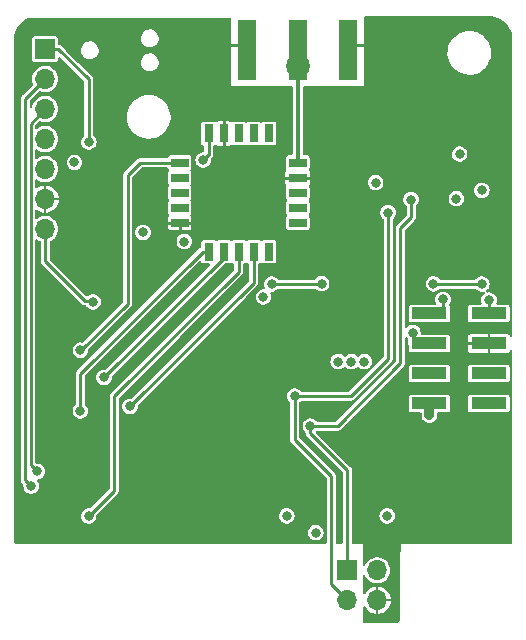
<source format=gbl>
G04 #@! TF.GenerationSoftware,KiCad,Pcbnew,7.0.7*
G04 #@! TF.CreationDate,2023-11-16T10:28:39+01:00*
G04 #@! TF.ProjectId,ithowifi_4l,6974686f-7769-4666-995f-346c2e6b6963,rev?*
G04 #@! TF.SameCoordinates,Original*
G04 #@! TF.FileFunction,Copper,L4,Bot*
G04 #@! TF.FilePolarity,Positive*
%FSLAX46Y46*%
G04 Gerber Fmt 4.6, Leading zero omitted, Abs format (unit mm)*
G04 Created by KiCad (PCBNEW 7.0.7) date 2023-11-16 10:28:39*
%MOMM*%
%LPD*%
G01*
G04 APERTURE LIST*
G04 #@! TA.AperFunction,ComponentPad*
%ADD10R,1.700000X1.700000*%
G04 #@! TD*
G04 #@! TA.AperFunction,ComponentPad*
%ADD11O,1.700000X1.700000*%
G04 #@! TD*
G04 #@! TA.AperFunction,ComponentPad*
%ADD12C,2.000000*%
G04 #@! TD*
G04 #@! TA.AperFunction,SMDPad,CuDef*
%ADD13R,3.000000X1.000000*%
G04 #@! TD*
G04 #@! TA.AperFunction,SMDPad,CuDef*
%ADD14R,1.500000X5.080000*%
G04 #@! TD*
G04 #@! TA.AperFunction,SMDPad,CuDef*
%ADD15R,0.800000X1.500000*%
G04 #@! TD*
G04 #@! TA.AperFunction,SMDPad,CuDef*
%ADD16R,1.500000X0.800000*%
G04 #@! TD*
G04 #@! TA.AperFunction,ViaPad*
%ADD17C,0.800000*%
G04 #@! TD*
G04 #@! TA.AperFunction,Conductor*
%ADD18C,0.250000*%
G04 #@! TD*
G04 #@! TA.AperFunction,Conductor*
%ADD19C,0.254000*%
G04 #@! TD*
G04 #@! TA.AperFunction,Conductor*
%ADD20C,0.355600*%
G04 #@! TD*
G04 #@! TA.AperFunction,Conductor*
%ADD21C,0.812800*%
G04 #@! TD*
G04 APERTURE END LIST*
D10*
X85725000Y-107797600D03*
D11*
X85725000Y-110337600D03*
X85725000Y-112877600D03*
X85725000Y-115417600D03*
X85725000Y-117957600D03*
X85725000Y-120497600D03*
X85725000Y-123037600D03*
D10*
X111292000Y-151928000D03*
D11*
X113832000Y-151928000D03*
X111292000Y-154468000D03*
X113832000Y-154468000D03*
D12*
X107100780Y-109251460D03*
D13*
X123293500Y-137807500D03*
X118253500Y-137807500D03*
X123293500Y-135267500D03*
X118253500Y-135267500D03*
X123293500Y-132727500D03*
X118253500Y-132727500D03*
X123293500Y-130187500D03*
X118253500Y-130187500D03*
D14*
X107100000Y-107848400D03*
X102850000Y-107848400D03*
X111350000Y-107848400D03*
D15*
X99560000Y-114950000D03*
X100829990Y-114950000D03*
X102100000Y-114950000D03*
X103370000Y-114950000D03*
X104640000Y-114950000D03*
D16*
X107100000Y-117410000D03*
X107100000Y-118679990D03*
X107100000Y-119950000D03*
X107100000Y-121220000D03*
X107100000Y-122490000D03*
D15*
X104640000Y-124950000D03*
X103370000Y-124950000D03*
X102100000Y-124950000D03*
X100829990Y-124950000D03*
X99560000Y-124950000D03*
D16*
X97100000Y-122490000D03*
X97100000Y-121220000D03*
X97100000Y-119950000D03*
X97100000Y-118679990D03*
X97100000Y-117410000D03*
D17*
X123300000Y-129050000D03*
X119400000Y-129000000D03*
X100700000Y-107442000D03*
X100700000Y-105918000D03*
X100700000Y-110871000D03*
X100700000Y-112500000D03*
X100700000Y-109093000D03*
X113500000Y-110871000D03*
X102432000Y-138568000D03*
X111632000Y-124053600D03*
X112732000Y-124053600D03*
X110532000Y-124053600D03*
X86741000Y-128270000D03*
X113500000Y-105918000D03*
X113500000Y-107442000D03*
X113500000Y-109093000D03*
X123300000Y-134010000D03*
X105900000Y-114200000D03*
X109100000Y-117450000D03*
X102852000Y-132715000D03*
X113792000Y-143764000D03*
X105300000Y-117400000D03*
X104278000Y-112500000D03*
X113500000Y-112500000D03*
X96647000Y-139750800D03*
X108271000Y-112500000D03*
X106172000Y-148590000D03*
X89154000Y-148590000D03*
X96647000Y-142798800D03*
X98171000Y-142798800D03*
X111849000Y-112500000D03*
X114681000Y-144780000D03*
X123290000Y-131440000D03*
X113792000Y-145796000D03*
X110071000Y-112500000D03*
X102500000Y-112500000D03*
X108300000Y-114200000D03*
X95148400Y-142798800D03*
X96647000Y-141274800D03*
X108329000Y-115900000D03*
X105800000Y-112500000D03*
X106000000Y-115900000D03*
X95148400Y-141274800D03*
X95148400Y-139750800D03*
X98171000Y-139750800D03*
X98171000Y-141274800D03*
X122682000Y-127698500D03*
X116849988Y-131800000D03*
X118595683Y-127676183D03*
X106172000Y-147320000D03*
X99100000Y-117200000D03*
X111632000Y-134268000D03*
X112732000Y-134268000D03*
X110532000Y-134268000D03*
X122682000Y-119761000D03*
X108631500Y-148751000D03*
X113700000Y-119100000D03*
X97500000Y-124100000D03*
X94000000Y-123317000D03*
X104200000Y-128800000D03*
X88200000Y-117400000D03*
X114681000Y-147320000D03*
X120813090Y-116686900D03*
X120532000Y-120468000D03*
X89407998Y-115671600D03*
X89400000Y-147350000D03*
X92900000Y-138050000D03*
X88700000Y-138450000D03*
X90700000Y-135600000D03*
X88700000Y-133300000D03*
X104900000Y-127700000D03*
X109132000Y-127668006D03*
X85039200Y-143560804D03*
X84531209Y-144805391D03*
X106849400Y-137185400D03*
X114750008Y-121650000D03*
X108174600Y-139725400D03*
X116697000Y-120539000D03*
X118250000Y-138800000D03*
X89775000Y-129200000D03*
D18*
X118253500Y-130187500D02*
X119387500Y-130187500D01*
X119387500Y-129012500D02*
X119400000Y-129000000D01*
X119387500Y-130187500D02*
X119387500Y-129012500D01*
X123293500Y-130187500D02*
X123293500Y-129056500D01*
X123293500Y-129056500D02*
X123300000Y-129050000D01*
D19*
X107100000Y-118679990D02*
X108679990Y-118679990D01*
X100829990Y-114950000D02*
X100829990Y-113629990D01*
X113500000Y-107442000D02*
X111756400Y-107442000D01*
X97100000Y-122490000D02*
X97100000Y-123300000D01*
X111756400Y-107442000D02*
X111350000Y-107848400D01*
X107100000Y-118679990D02*
X105520010Y-118679990D01*
X100829990Y-114950000D02*
X100829990Y-116270010D01*
X100700000Y-107442000D02*
X102443600Y-107442000D01*
X102443600Y-107442000D02*
X102850000Y-107848400D01*
X100800000Y-114920010D02*
X100829990Y-114950000D01*
X98490000Y-122490000D02*
X95710000Y-122490000D01*
X97100000Y-122490000D02*
X98490000Y-122490000D01*
X118618000Y-127698500D02*
X122682000Y-127698500D01*
X116849988Y-131800000D02*
X116849988Y-132727500D01*
X116849988Y-132727500D02*
X118253500Y-132727500D01*
X118595683Y-127676183D02*
X118618000Y-127698500D01*
X99540000Y-116760000D02*
X99560000Y-116760000D01*
X99100000Y-117200000D02*
X99540000Y-116760000D01*
X99560000Y-114950000D02*
X99560000Y-116760000D01*
X86829000Y-107797600D02*
X89407998Y-110376598D01*
X89407998Y-110376598D02*
X89407998Y-115671600D01*
X85725000Y-107797600D02*
X86829000Y-107797600D01*
D18*
X102100000Y-124950000D02*
X102100000Y-126650000D01*
X102100000Y-126650000D02*
X91550000Y-137200000D01*
X91550000Y-137200000D02*
X91550000Y-145200000D01*
X91550000Y-145200000D02*
X89400000Y-147350000D01*
X103370000Y-127580000D02*
X92900000Y-138050000D01*
X103370000Y-124950000D02*
X103370000Y-127580000D01*
D19*
X99560000Y-124950000D02*
X99050000Y-124950000D01*
X88700000Y-135300000D02*
X88700000Y-138450000D01*
X99050000Y-124950000D02*
X88700000Y-135300000D01*
X100829990Y-125470010D02*
X90700000Y-135600000D01*
X100829990Y-124950000D02*
X100829990Y-125470010D01*
X92700000Y-129350000D02*
X88750000Y-133300000D01*
X93790000Y-117410000D02*
X92700000Y-118500000D01*
X97100000Y-117410000D02*
X93790000Y-117410000D01*
X88750000Y-133300000D02*
X88700000Y-133300000D01*
X92700000Y-118500000D02*
X92700000Y-129350000D01*
X109132000Y-127668006D02*
X109100006Y-127700000D01*
X109100006Y-127700000D02*
X104900000Y-127700000D01*
D18*
X84498611Y-114103989D02*
X84498611Y-143020215D01*
X85725000Y-112877600D02*
X84498611Y-114103989D01*
X85039200Y-143560804D02*
X84498611Y-143020215D01*
X85725000Y-110337600D02*
X84048600Y-112014000D01*
X84048600Y-144322782D02*
X84531209Y-144805391D01*
X84048600Y-112014000D02*
X84048600Y-144322782D01*
D20*
X107100000Y-117410000D02*
X107100000Y-107848400D01*
X107100780Y-117409220D02*
X107100000Y-117410000D01*
D19*
X111614600Y-137185400D02*
X114750008Y-134049992D01*
X109932000Y-153108000D02*
X109932000Y-143968000D01*
X109932000Y-143968000D02*
X106849400Y-140885400D01*
X106849400Y-140885400D02*
X106849400Y-137185400D01*
X106849400Y-137185400D02*
X111614600Y-137185400D01*
X111292000Y-154468000D02*
X109932000Y-153108000D01*
X114750008Y-134049992D02*
X114750008Y-121650000D01*
X111292000Y-143428000D02*
X108174600Y-140310600D01*
X108174600Y-140310600D02*
X108174600Y-139725400D01*
X116697000Y-120539000D02*
X116697000Y-122053000D01*
X115800000Y-122950000D02*
X115800000Y-134400000D01*
X110474600Y-139725400D02*
X108174600Y-139725400D01*
X115800000Y-134400000D02*
X110474600Y-139725400D01*
X111292000Y-151928000D02*
X111292000Y-143428000D01*
X116697000Y-122053000D02*
X115800000Y-122950000D01*
D21*
X118253500Y-138796500D02*
X118250000Y-138800000D01*
X118253500Y-137807500D02*
X118253500Y-138796500D01*
D18*
X89050000Y-129100000D02*
X89775000Y-129100000D01*
X85725000Y-123037600D02*
X85725000Y-125775000D01*
X85725000Y-125775000D02*
X89050000Y-129100000D01*
G04 #@! TA.AperFunction,Conductor*
G36*
X123493838Y-105029108D02*
G01*
X123561676Y-105033553D01*
X123583172Y-105034962D01*
X123589680Y-105035818D01*
X123833332Y-105084284D01*
X123839681Y-105085985D01*
X124074917Y-105165836D01*
X124080996Y-105168355D01*
X124303789Y-105278223D01*
X124309493Y-105281516D01*
X124516040Y-105419527D01*
X124521253Y-105423527D01*
X124708023Y-105587318D01*
X124712679Y-105591974D01*
X124876471Y-105778744D01*
X124880472Y-105783959D01*
X125018483Y-105990506D01*
X125021776Y-105996210D01*
X125131644Y-106219003D01*
X125134165Y-106225088D01*
X125214011Y-106460306D01*
X125215715Y-106466668D01*
X125264177Y-106710299D01*
X125265037Y-106716829D01*
X125281391Y-106966360D01*
X125281499Y-106969651D01*
X125281500Y-132101214D01*
X125262287Y-132160345D01*
X125211987Y-132196890D01*
X125149813Y-132196890D01*
X125099513Y-132160345D01*
X125088872Y-132141849D01*
X125049316Y-132052265D01*
X124968734Y-131971683D01*
X124864494Y-131925656D01*
X124839018Y-131922700D01*
X123395100Y-131922700D01*
X123395100Y-133532299D01*
X124839006Y-133532299D01*
X124839020Y-133532298D01*
X124864492Y-133529343D01*
X124864496Y-133529342D01*
X124968734Y-133483316D01*
X125049316Y-133402734D01*
X125088872Y-133313151D01*
X125130332Y-133266819D01*
X125191108Y-133253705D01*
X125247984Y-133278819D01*
X125279237Y-133332567D01*
X125281500Y-133353786D01*
X125281500Y-149464702D01*
X125281069Y-149471275D01*
X125267912Y-149571207D01*
X125261119Y-149596564D01*
X125257258Y-149605888D01*
X125216884Y-149653170D01*
X125164312Y-149668000D01*
X115832000Y-149668000D01*
X115832000Y-150214526D01*
X115822038Y-150258173D01*
X115809105Y-150285030D01*
X115781500Y-150405972D01*
X115781500Y-150457955D01*
X115781499Y-155964709D01*
X115781068Y-155971282D01*
X115767912Y-156071207D01*
X115761115Y-156096574D01*
X115726347Y-156180512D01*
X115713216Y-156203256D01*
X115657906Y-156275337D01*
X115639337Y-156293906D01*
X115567256Y-156349216D01*
X115544512Y-156362347D01*
X115460574Y-156397115D01*
X115435207Y-156403912D01*
X115350910Y-156415010D01*
X115335272Y-156417069D01*
X115328702Y-156417500D01*
X112732600Y-156417500D01*
X112673469Y-156398287D01*
X112636924Y-156347987D01*
X112632000Y-156316900D01*
X112632000Y-155076557D01*
X112651213Y-155017426D01*
X112701513Y-154980881D01*
X112763687Y-154980881D01*
X112813987Y-155017426D01*
X112822653Y-155031716D01*
X112845958Y-155078519D01*
X112845961Y-155078523D01*
X112974937Y-155249317D01*
X113133086Y-155393490D01*
X113133095Y-155393496D01*
X113315055Y-155506162D01*
X113315059Y-155506164D01*
X113514618Y-155583473D01*
X113724990Y-155622800D01*
X113730400Y-155622800D01*
X113730400Y-155068600D01*
X113749613Y-155009469D01*
X113799913Y-154972924D01*
X113831000Y-154968000D01*
X113833000Y-154968000D01*
X113892131Y-154987213D01*
X113928676Y-155037513D01*
X113933600Y-155068600D01*
X113933600Y-155622800D01*
X113939010Y-155622800D01*
X114149381Y-155583473D01*
X114348940Y-155506164D01*
X114348944Y-155506162D01*
X114530904Y-155393496D01*
X114530913Y-155393490D01*
X114689062Y-155249317D01*
X114818038Y-155078523D01*
X114818039Y-155078523D01*
X114913430Y-154886953D01*
X114972000Y-154681102D01*
X114982332Y-154569600D01*
X114432600Y-154569600D01*
X114373469Y-154550387D01*
X114336924Y-154500087D01*
X114332000Y-154469000D01*
X114332000Y-154467000D01*
X114351213Y-154407869D01*
X114401513Y-154371324D01*
X114432600Y-154366400D01*
X114982331Y-154366400D01*
X114972000Y-154254897D01*
X114913430Y-154049046D01*
X114818039Y-153857476D01*
X114689062Y-153686682D01*
X114530913Y-153542509D01*
X114530904Y-153542503D01*
X114348944Y-153429837D01*
X114348940Y-153429835D01*
X114149381Y-153352526D01*
X113939010Y-153313200D01*
X113933600Y-153313200D01*
X113933600Y-153867400D01*
X113914387Y-153926531D01*
X113864087Y-153963076D01*
X113833000Y-153968000D01*
X113831000Y-153968000D01*
X113771869Y-153948787D01*
X113735324Y-153898487D01*
X113730400Y-153867400D01*
X113730400Y-153313200D01*
X113724990Y-153313200D01*
X113514618Y-153352526D01*
X113315059Y-153429835D01*
X113315055Y-153429837D01*
X113133095Y-153542503D01*
X113133086Y-153542509D01*
X112974937Y-153686682D01*
X112845961Y-153857476D01*
X112845960Y-153857476D01*
X112822653Y-153904284D01*
X112779097Y-153948652D01*
X112717781Y-153958945D01*
X112662125Y-153931231D01*
X112633388Y-153876096D01*
X112632000Y-153859442D01*
X112632000Y-152423712D01*
X112651213Y-152364581D01*
X112701513Y-152328036D01*
X112763687Y-152328036D01*
X112813987Y-152364581D01*
X112822653Y-152378870D01*
X112888909Y-152511930D01*
X112888910Y-152511931D01*
X112888912Y-152511935D01*
X113012268Y-152675285D01*
X113163528Y-152813178D01*
X113163532Y-152813181D01*
X113163538Y-152813186D01*
X113337573Y-152920944D01*
X113528444Y-152994888D01*
X113577824Y-153004118D01*
X113729651Y-153032500D01*
X113729653Y-153032500D01*
X113934348Y-153032500D01*
X114013339Y-153017734D01*
X114135556Y-152994888D01*
X114326427Y-152920944D01*
X114500462Y-152813186D01*
X114651732Y-152675285D01*
X114775088Y-152511935D01*
X114866328Y-152328701D01*
X114922345Y-152131821D01*
X114941232Y-151928000D01*
X114922345Y-151724179D01*
X114866328Y-151527299D01*
X114775088Y-151344065D01*
X114651732Y-151180715D01*
X114651731Y-151180714D01*
X114500471Y-151042821D01*
X114500466Y-151042817D01*
X114500462Y-151042814D01*
X114326427Y-150935056D01*
X114326423Y-150935054D01*
X114135554Y-150861111D01*
X114135549Y-150861110D01*
X113934349Y-150823500D01*
X113934347Y-150823500D01*
X113729653Y-150823500D01*
X113729651Y-150823500D01*
X113528450Y-150861110D01*
X113528445Y-150861111D01*
X113337576Y-150935054D01*
X113337572Y-150935056D01*
X113267087Y-150978699D01*
X113163538Y-151042814D01*
X113163536Y-151042815D01*
X113163537Y-151042815D01*
X113163528Y-151042821D01*
X113012268Y-151180714D01*
X112888910Y-151344068D01*
X112888909Y-151344069D01*
X112822653Y-151477129D01*
X112779097Y-151521497D01*
X112717781Y-151531790D01*
X112662125Y-151504076D01*
X112633388Y-151448941D01*
X112632000Y-151432287D01*
X112632000Y-149668000D01*
X111774100Y-149668000D01*
X111714969Y-149648787D01*
X111678424Y-149598487D01*
X111673500Y-149567400D01*
X111673500Y-147320000D01*
X114021693Y-147320000D01*
X114040851Y-147477782D01*
X114097213Y-147626395D01*
X114187502Y-147757201D01*
X114187503Y-147757202D01*
X114187504Y-147757203D01*
X114187505Y-147757204D01*
X114306468Y-147862597D01*
X114306469Y-147862598D01*
X114306471Y-147862599D01*
X114447207Y-147936463D01*
X114601529Y-147974500D01*
X114601533Y-147974500D01*
X114760467Y-147974500D01*
X114760471Y-147974500D01*
X114914793Y-147936463D01*
X115055529Y-147862599D01*
X115174498Y-147757201D01*
X115264787Y-147626395D01*
X115321149Y-147477782D01*
X115340307Y-147320000D01*
X115321149Y-147162218D01*
X115264787Y-147013605D01*
X115174498Y-146882799D01*
X115174495Y-146882796D01*
X115174494Y-146882795D01*
X115055531Y-146777402D01*
X115055530Y-146777401D01*
X114914795Y-146703538D01*
X114914794Y-146703537D01*
X114914793Y-146703537D01*
X114836546Y-146684251D01*
X114760473Y-146665500D01*
X114760471Y-146665500D01*
X114601529Y-146665500D01*
X114601526Y-146665500D01*
X114487415Y-146693626D01*
X114447207Y-146703537D01*
X114447206Y-146703537D01*
X114447204Y-146703538D01*
X114306469Y-146777401D01*
X114306468Y-146777402D01*
X114187505Y-146882795D01*
X114187504Y-146882796D01*
X114097212Y-147013606D01*
X114085835Y-147043605D01*
X114040851Y-147162218D01*
X114021693Y-147320000D01*
X111673500Y-147320000D01*
X111673500Y-143478001D01*
X111675641Y-143457354D01*
X111678445Y-143443981D01*
X111673887Y-143407417D01*
X111673500Y-143401188D01*
X111673500Y-143396391D01*
X111673499Y-143396379D01*
X111669596Y-143372997D01*
X111662696Y-143317643D01*
X111662696Y-143317639D01*
X111662692Y-143317632D01*
X111660413Y-143309975D01*
X111657816Y-143302408D01*
X111631839Y-143254410D01*
X111631272Y-143253362D01*
X111606776Y-143203254D01*
X111602121Y-143196734D01*
X111597219Y-143190436D01*
X111575915Y-143170825D01*
X111556180Y-143152658D01*
X108685735Y-140282213D01*
X108657511Y-140226818D01*
X108667237Y-140165410D01*
X108674089Y-140153921D01*
X108675280Y-140152195D01*
X108676566Y-140150334D01*
X108725977Y-140112595D01*
X108759345Y-140106900D01*
X110424599Y-140106900D01*
X110445243Y-140109040D01*
X110458617Y-140111845D01*
X110495182Y-140107286D01*
X110501411Y-140106900D01*
X110506209Y-140106900D01*
X110506211Y-140106900D01*
X110506213Y-140106899D01*
X110506220Y-140106899D01*
X110523768Y-140103969D01*
X110529604Y-140102996D01*
X110584960Y-140096096D01*
X110584966Y-140096092D01*
X110592612Y-140093817D01*
X110600180Y-140091218D01*
X110600186Y-140091218D01*
X110649241Y-140064670D01*
X110699346Y-140040176D01*
X110699349Y-140040172D01*
X110705860Y-140035523D01*
X110712155Y-140030623D01*
X110712162Y-140030620D01*
X110749941Y-139989580D01*
X112406956Y-138332565D01*
X116499000Y-138332565D01*
X116513766Y-138406801D01*
X116513767Y-138406804D01*
X116570014Y-138490982D01*
X116570015Y-138490983D01*
X116570016Y-138490984D01*
X116654199Y-138547234D01*
X116728433Y-138562000D01*
X117492000Y-138561999D01*
X117551131Y-138581212D01*
X117587676Y-138631512D01*
X117592600Y-138662599D01*
X117592600Y-138711700D01*
X117590952Y-138729834D01*
X117585460Y-138759803D01*
X117585459Y-138759804D01*
X117595150Y-138919998D01*
X117595151Y-138920008D01*
X117642897Y-139073230D01*
X117642898Y-139073232D01*
X117642899Y-139073234D01*
X117664482Y-139108937D01*
X117711765Y-139187154D01*
X117725929Y-139210583D01*
X117839417Y-139324071D01*
X117976766Y-139407101D01*
X118129994Y-139454849D01*
X118242136Y-139461632D01*
X118290194Y-139464540D01*
X118290194Y-139464539D01*
X118290197Y-139464540D01*
X118320165Y-139459047D01*
X118327732Y-139458360D01*
X118327705Y-139458134D01*
X118333747Y-139457400D01*
X118333748Y-139457400D01*
X118339015Y-139456101D01*
X118345584Y-139454482D01*
X118348546Y-139453845D01*
X118448064Y-139435609D01*
X118471094Y-139425243D01*
X118488300Y-139419306D01*
X118489580Y-139418991D01*
X118515897Y-139405178D01*
X118518602Y-139403862D01*
X118529019Y-139399173D01*
X118594420Y-139369739D01*
X118609543Y-139357889D01*
X118624838Y-139348001D01*
X118631691Y-139344405D01*
X118668287Y-139311982D01*
X118670602Y-139310052D01*
X118689060Y-139295593D01*
X118705636Y-139279016D01*
X118707812Y-139276967D01*
X118751824Y-139237977D01*
X118785213Y-139189604D01*
X118786987Y-139187190D01*
X118823239Y-139140920D01*
X118827770Y-139130850D01*
X118836719Y-139114983D01*
X118842996Y-139105891D01*
X118863831Y-139050950D01*
X118864991Y-139048150D01*
X118889109Y-138994564D01*
X118891101Y-138983687D01*
X118895990Y-138966154D01*
X118899908Y-138955825D01*
X118906990Y-138897492D01*
X118907439Y-138894534D01*
X118918040Y-138836697D01*
X118914489Y-138778005D01*
X118914399Y-138775042D01*
X118914399Y-138662597D01*
X118933612Y-138603468D01*
X118983912Y-138566923D01*
X119014999Y-138561999D01*
X119778566Y-138561999D01*
X119852801Y-138547234D01*
X119936984Y-138490984D01*
X119993234Y-138406801D01*
X120008000Y-138332567D01*
X120008000Y-138332565D01*
X121539000Y-138332565D01*
X121553766Y-138406801D01*
X121553767Y-138406804D01*
X121610014Y-138490982D01*
X121610015Y-138490983D01*
X121610016Y-138490984D01*
X121694199Y-138547234D01*
X121768433Y-138562000D01*
X124818566Y-138561999D01*
X124892801Y-138547234D01*
X124976984Y-138490984D01*
X125033234Y-138406801D01*
X125048000Y-138332567D01*
X125047999Y-137282434D01*
X125033234Y-137208199D01*
X125033232Y-137208197D01*
X125033232Y-137208195D01*
X124976985Y-137124017D01*
X124976983Y-137124015D01*
X124892802Y-137067767D01*
X124892801Y-137067766D01*
X124892800Y-137067765D01*
X124892799Y-137067765D01*
X124836998Y-137056666D01*
X124818567Y-137053000D01*
X124818566Y-137053000D01*
X121768434Y-137053000D01*
X121694198Y-137067766D01*
X121694195Y-137067767D01*
X121610017Y-137124014D01*
X121610015Y-137124016D01*
X121553765Y-137208200D01*
X121539000Y-137282433D01*
X121539000Y-138332565D01*
X120008000Y-138332565D01*
X120007999Y-137282434D01*
X119993234Y-137208199D01*
X119993232Y-137208197D01*
X119993232Y-137208195D01*
X119936985Y-137124017D01*
X119936983Y-137124015D01*
X119852802Y-137067767D01*
X119852801Y-137067766D01*
X119852800Y-137067765D01*
X119852799Y-137067765D01*
X119796998Y-137056666D01*
X119778567Y-137053000D01*
X119778566Y-137053000D01*
X116728434Y-137053000D01*
X116654198Y-137067766D01*
X116654195Y-137067767D01*
X116570017Y-137124014D01*
X116570015Y-137124016D01*
X116513765Y-137208200D01*
X116499000Y-137282433D01*
X116499000Y-138332565D01*
X112406956Y-138332565D01*
X114946956Y-135792565D01*
X116499000Y-135792565D01*
X116513766Y-135866801D01*
X116513767Y-135866804D01*
X116570014Y-135950982D01*
X116570015Y-135950983D01*
X116570016Y-135950984D01*
X116654199Y-136007234D01*
X116728433Y-136022000D01*
X119778566Y-136021999D01*
X119852801Y-136007234D01*
X119936984Y-135950984D01*
X119993234Y-135866801D01*
X120008000Y-135792567D01*
X120008000Y-135792565D01*
X121539000Y-135792565D01*
X121553766Y-135866801D01*
X121553767Y-135866804D01*
X121610014Y-135950982D01*
X121610015Y-135950983D01*
X121610016Y-135950984D01*
X121694199Y-136007234D01*
X121768433Y-136022000D01*
X124818566Y-136021999D01*
X124892801Y-136007234D01*
X124976984Y-135950984D01*
X125033234Y-135866801D01*
X125048000Y-135792567D01*
X125047999Y-134742434D01*
X125033234Y-134668199D01*
X125033232Y-134668197D01*
X125033232Y-134668195D01*
X124976985Y-134584017D01*
X124976983Y-134584015D01*
X124892802Y-134527767D01*
X124892801Y-134527766D01*
X124892800Y-134527765D01*
X124892799Y-134527765D01*
X124835720Y-134516412D01*
X124818567Y-134513000D01*
X124818566Y-134513000D01*
X121768434Y-134513000D01*
X121694198Y-134527766D01*
X121694195Y-134527767D01*
X121610017Y-134584014D01*
X121610015Y-134584016D01*
X121553765Y-134668200D01*
X121539000Y-134742433D01*
X121539000Y-135792565D01*
X120008000Y-135792565D01*
X120007999Y-134742434D01*
X119993234Y-134668199D01*
X119993232Y-134668197D01*
X119993232Y-134668195D01*
X119936985Y-134584017D01*
X119936983Y-134584015D01*
X119852802Y-134527767D01*
X119852801Y-134527766D01*
X119852800Y-134527765D01*
X119852799Y-134527765D01*
X119795720Y-134516412D01*
X119778567Y-134513000D01*
X119778566Y-134513000D01*
X116728434Y-134513000D01*
X116654198Y-134527766D01*
X116654195Y-134527767D01*
X116570017Y-134584014D01*
X116570015Y-134584016D01*
X116513765Y-134668200D01*
X116499000Y-134742433D01*
X116499000Y-135792565D01*
X114946956Y-135792565D01*
X116034410Y-134705111D01*
X116050516Y-134692032D01*
X116061956Y-134684560D01*
X116084601Y-134655463D01*
X116088709Y-134650812D01*
X116092114Y-134647409D01*
X116099000Y-134637762D01*
X116105901Y-134628099D01*
X116140156Y-134584088D01*
X116143960Y-134577057D01*
X116147470Y-134569876D01*
X116147475Y-134569870D01*
X116163389Y-134516413D01*
X116181500Y-134463661D01*
X116181499Y-134463660D01*
X116182817Y-134455766D01*
X116183805Y-134447839D01*
X116181500Y-134392115D01*
X116181500Y-132304938D01*
X116200713Y-132245807D01*
X116251013Y-132209262D01*
X116313187Y-132209262D01*
X116351103Y-132234104D01*
X116351935Y-132233166D01*
X116434598Y-132306399D01*
X116466118Y-132359991D01*
X116468488Y-132381699D01*
X116468488Y-132709644D01*
X116468316Y-132713800D01*
X116464533Y-132759438D01*
X116475778Y-132803843D01*
X116476632Y-132807913D01*
X116484170Y-132853087D01*
X116485870Y-132856229D01*
X116494908Y-132879386D01*
X116495917Y-132883367D01*
X116499000Y-132908083D01*
X116499000Y-133252565D01*
X116513766Y-133326801D01*
X116513767Y-133326804D01*
X116570014Y-133410982D01*
X116570015Y-133410983D01*
X116570016Y-133410984D01*
X116654199Y-133467234D01*
X116728433Y-133482000D01*
X119778566Y-133481999D01*
X119852801Y-133467234D01*
X119936984Y-133410984D01*
X119993234Y-133326801D01*
X120003934Y-133273006D01*
X121488700Y-133273006D01*
X121488701Y-133273020D01*
X121491656Y-133298492D01*
X121491657Y-133298496D01*
X121537683Y-133402734D01*
X121618265Y-133483316D01*
X121722505Y-133529343D01*
X121747985Y-133532299D01*
X123191898Y-133532299D01*
X123191899Y-133532298D01*
X123191900Y-132829100D01*
X121488701Y-132829100D01*
X121488700Y-133273006D01*
X120003934Y-133273006D01*
X120008000Y-133252567D01*
X120007999Y-132625900D01*
X121488700Y-132625900D01*
X123191899Y-132625900D01*
X123191899Y-131922700D01*
X121747994Y-131922700D01*
X121747979Y-131922701D01*
X121722507Y-131925656D01*
X121722503Y-131925657D01*
X121618265Y-131971683D01*
X121537683Y-132052265D01*
X121491656Y-132156505D01*
X121488700Y-132181981D01*
X121488700Y-132625900D01*
X120007999Y-132625900D01*
X120007999Y-132202434D01*
X119993234Y-132128199D01*
X119993232Y-132128197D01*
X119993232Y-132128195D01*
X119936985Y-132044017D01*
X119936983Y-132044015D01*
X119895178Y-132016082D01*
X119852801Y-131987766D01*
X119852800Y-131987765D01*
X119852799Y-131987765D01*
X119796998Y-131976666D01*
X119778567Y-131973000D01*
X119778566Y-131973000D01*
X117601843Y-131973000D01*
X117542712Y-131953787D01*
X117506167Y-131903487D01*
X117501976Y-131860274D01*
X117509295Y-131800000D01*
X117490137Y-131642218D01*
X117433775Y-131493605D01*
X117343486Y-131362799D01*
X117343483Y-131362796D01*
X117343482Y-131362795D01*
X117224519Y-131257402D01*
X117224518Y-131257401D01*
X117083783Y-131183538D01*
X117083782Y-131183537D01*
X117083781Y-131183537D01*
X117005534Y-131164251D01*
X116929461Y-131145500D01*
X116929459Y-131145500D01*
X116770517Y-131145500D01*
X116770514Y-131145500D01*
X116656403Y-131173626D01*
X116616195Y-131183537D01*
X116616194Y-131183537D01*
X116616192Y-131183538D01*
X116475457Y-131257401D01*
X116475456Y-131257402D01*
X116351935Y-131366834D01*
X116350858Y-131365619D01*
X116303802Y-131393292D01*
X116241919Y-131387288D01*
X116195383Y-131346056D01*
X116181500Y-131295061D01*
X116181500Y-130712565D01*
X116499000Y-130712565D01*
X116513766Y-130786801D01*
X116513767Y-130786804D01*
X116570014Y-130870982D01*
X116570015Y-130870983D01*
X116570016Y-130870984D01*
X116654199Y-130927234D01*
X116728433Y-130942000D01*
X119778566Y-130941999D01*
X119852801Y-130927234D01*
X119936984Y-130870984D01*
X119993234Y-130786801D01*
X120008000Y-130712567D01*
X120007999Y-129662434D01*
X119993234Y-129588199D01*
X119993232Y-129588197D01*
X119993232Y-129588195D01*
X119931480Y-129495778D01*
X119934749Y-129493593D01*
X119915028Y-129454888D01*
X119924754Y-129393480D01*
X119931587Y-129382018D01*
X119983787Y-129306395D01*
X120040149Y-129157782D01*
X120059307Y-129000000D01*
X120040149Y-128842218D01*
X119983787Y-128693605D01*
X119893498Y-128562799D01*
X119893495Y-128562796D01*
X119893494Y-128562795D01*
X119774531Y-128457402D01*
X119774530Y-128457401D01*
X119633795Y-128383538D01*
X119633794Y-128383537D01*
X119633793Y-128383537D01*
X119549644Y-128362796D01*
X119479473Y-128345500D01*
X119479471Y-128345500D01*
X119320529Y-128345500D01*
X119320526Y-128345500D01*
X119226224Y-128368744D01*
X119166207Y-128383537D01*
X119166206Y-128383537D01*
X119166204Y-128383538D01*
X119025469Y-128457401D01*
X119025468Y-128457402D01*
X118906505Y-128562795D01*
X118906504Y-128562796D01*
X118816212Y-128693606D01*
X118759851Y-128842218D01*
X118740693Y-129000000D01*
X118759851Y-129157781D01*
X118812546Y-129296727D01*
X118815549Y-129358829D01*
X118781477Y-129410835D01*
X118723343Y-129432883D01*
X118718483Y-129433000D01*
X116728434Y-129433000D01*
X116654198Y-129447766D01*
X116654195Y-129447767D01*
X116570017Y-129504014D01*
X116570015Y-129504016D01*
X116513765Y-129588200D01*
X116499000Y-129662433D01*
X116499000Y-130712565D01*
X116181500Y-130712565D01*
X116181500Y-127676183D01*
X117936376Y-127676183D01*
X117955534Y-127833965D01*
X118011896Y-127982578D01*
X118102185Y-128113384D01*
X118102186Y-128113385D01*
X118102187Y-128113386D01*
X118102188Y-128113387D01*
X118221151Y-128218780D01*
X118221152Y-128218781D01*
X118221154Y-128218782D01*
X118361890Y-128292646D01*
X118516212Y-128330683D01*
X118516216Y-128330683D01*
X118675150Y-128330683D01*
X118675154Y-128330683D01*
X118829476Y-128292646D01*
X118970212Y-128218782D01*
X119062294Y-128137204D01*
X119093736Y-128109349D01*
X119094667Y-128110400D01*
X119142324Y-128082370D01*
X119164033Y-128080000D01*
X122097255Y-128080000D01*
X122156386Y-128099213D01*
X122180046Y-128123452D01*
X122188496Y-128135694D01*
X122188505Y-128135704D01*
X122307468Y-128241097D01*
X122307469Y-128241098D01*
X122307471Y-128241099D01*
X122448207Y-128314963D01*
X122602529Y-128353000D01*
X122602533Y-128353000D01*
X122761467Y-128353000D01*
X122761471Y-128353000D01*
X122833857Y-128335158D01*
X122895866Y-128339662D01*
X122943387Y-128379754D01*
X122958267Y-128440121D01*
X122934822Y-128497706D01*
X122924642Y-128508135D01*
X122806505Y-128612796D01*
X122806502Y-128612799D01*
X122775715Y-128657402D01*
X122716212Y-128743606D01*
X122659851Y-128892218D01*
X122640693Y-129050000D01*
X122659851Y-129207782D01*
X122693584Y-129296727D01*
X122696587Y-129358828D01*
X122662515Y-129410835D01*
X122604381Y-129432883D01*
X122599521Y-129433000D01*
X121768434Y-129433000D01*
X121694198Y-129447766D01*
X121694195Y-129447767D01*
X121610017Y-129504014D01*
X121610015Y-129504016D01*
X121553765Y-129588200D01*
X121539000Y-129662433D01*
X121539000Y-130712565D01*
X121553766Y-130786801D01*
X121553767Y-130786804D01*
X121610014Y-130870982D01*
X121610015Y-130870983D01*
X121610016Y-130870984D01*
X121694199Y-130927234D01*
X121768433Y-130942000D01*
X124818566Y-130941999D01*
X124892801Y-130927234D01*
X124976984Y-130870984D01*
X125033234Y-130786801D01*
X125048000Y-130712567D01*
X125047999Y-129662434D01*
X125033234Y-129588199D01*
X125033232Y-129588197D01*
X125033232Y-129588195D01*
X124976985Y-129504017D01*
X124976983Y-129504015D01*
X124920712Y-129466416D01*
X124892801Y-129447766D01*
X124892800Y-129447765D01*
X124892799Y-129447765D01*
X124836998Y-129436666D01*
X124818567Y-129433000D01*
X124818566Y-129433000D01*
X124000479Y-129433000D01*
X123941348Y-129413787D01*
X123904803Y-129363487D01*
X123904803Y-129301313D01*
X123906416Y-129296727D01*
X123940149Y-129207782D01*
X123959307Y-129050000D01*
X123940149Y-128892218D01*
X123883787Y-128743605D01*
X123793498Y-128612799D01*
X123793495Y-128612796D01*
X123793494Y-128612795D01*
X123674531Y-128507402D01*
X123674530Y-128507401D01*
X123533795Y-128433538D01*
X123533794Y-128433537D01*
X123533793Y-128433537D01*
X123451855Y-128413341D01*
X123379473Y-128395500D01*
X123379471Y-128395500D01*
X123220529Y-128395500D01*
X123220525Y-128395500D01*
X123220524Y-128395501D01*
X123148142Y-128413341D01*
X123086131Y-128408837D01*
X123038611Y-128368744D01*
X123023732Y-128308376D01*
X123047178Y-128250792D01*
X123057353Y-128240368D01*
X123175498Y-128135701D01*
X123265787Y-128004895D01*
X123322149Y-127856282D01*
X123341307Y-127698500D01*
X123322149Y-127540718D01*
X123265787Y-127392105D01*
X123175498Y-127261299D01*
X123175495Y-127261296D01*
X123175494Y-127261295D01*
X123056531Y-127155902D01*
X123056530Y-127155901D01*
X122915795Y-127082038D01*
X122915794Y-127082037D01*
X122915793Y-127082037D01*
X122825254Y-127059721D01*
X122761473Y-127044000D01*
X122761471Y-127044000D01*
X122602529Y-127044000D01*
X122602526Y-127044000D01*
X122488415Y-127072126D01*
X122448207Y-127082037D01*
X122448206Y-127082037D01*
X122448204Y-127082038D01*
X122307469Y-127155901D01*
X122307468Y-127155902D01*
X122188505Y-127261295D01*
X122188496Y-127261305D01*
X122180046Y-127273548D01*
X122130644Y-127311298D01*
X122097255Y-127317000D01*
X119195831Y-127317000D01*
X119136700Y-127297787D01*
X119113040Y-127273548D01*
X119089181Y-127238982D01*
X119089178Y-127238979D01*
X119089177Y-127238978D01*
X118970214Y-127133585D01*
X118970213Y-127133584D01*
X118829478Y-127059721D01*
X118829477Y-127059720D01*
X118829476Y-127059720D01*
X118751229Y-127040434D01*
X118675156Y-127021683D01*
X118675154Y-127021683D01*
X118516212Y-127021683D01*
X118516209Y-127021683D01*
X118402097Y-127049809D01*
X118361890Y-127059720D01*
X118361889Y-127059720D01*
X118361887Y-127059721D01*
X118221152Y-127133584D01*
X118221151Y-127133585D01*
X118102188Y-127238978D01*
X118102187Y-127238979D01*
X118011895Y-127369789D01*
X117985167Y-127440266D01*
X117955534Y-127518401D01*
X117936376Y-127676183D01*
X116181500Y-127676183D01*
X116181500Y-123149692D01*
X116200713Y-123090561D01*
X116210965Y-123078557D01*
X116567622Y-122721900D01*
X116931410Y-122358111D01*
X116947516Y-122345032D01*
X116958956Y-122337560D01*
X116981595Y-122308471D01*
X116985716Y-122303805D01*
X116989114Y-122300409D01*
X117002898Y-122281101D01*
X117037158Y-122237085D01*
X117037158Y-122237082D01*
X117040944Y-122230087D01*
X117044470Y-122222875D01*
X117044475Y-122222869D01*
X117060388Y-122169417D01*
X117078500Y-122116661D01*
X117079816Y-122108776D01*
X117080805Y-122100838D01*
X117078500Y-122045106D01*
X117078500Y-121613073D01*
X117078500Y-121120695D01*
X117097712Y-121061568D01*
X117112380Y-121045407D01*
X117190498Y-120976201D01*
X117280787Y-120845395D01*
X117337149Y-120696782D01*
X117356307Y-120539000D01*
X117347686Y-120468000D01*
X119872693Y-120468000D01*
X119891851Y-120625782D01*
X119948213Y-120774395D01*
X120038502Y-120905201D01*
X120038503Y-120905202D01*
X120038504Y-120905203D01*
X120038505Y-120905204D01*
X120157468Y-121010597D01*
X120157469Y-121010598D01*
X120157471Y-121010599D01*
X120298207Y-121084463D01*
X120452529Y-121122500D01*
X120452533Y-121122500D01*
X120611467Y-121122500D01*
X120611471Y-121122500D01*
X120765793Y-121084463D01*
X120906529Y-121010599D01*
X121025498Y-120905201D01*
X121115787Y-120774395D01*
X121172149Y-120625782D01*
X121191307Y-120468000D01*
X121172149Y-120310218D01*
X121115787Y-120161605D01*
X121025498Y-120030799D01*
X121025495Y-120030796D01*
X121025494Y-120030795D01*
X120906531Y-119925402D01*
X120906530Y-119925401D01*
X120765795Y-119851538D01*
X120765794Y-119851537D01*
X120765793Y-119851537D01*
X120687547Y-119832251D01*
X120611473Y-119813500D01*
X120611471Y-119813500D01*
X120452529Y-119813500D01*
X120452526Y-119813500D01*
X120338414Y-119841626D01*
X120298207Y-119851537D01*
X120298206Y-119851537D01*
X120298204Y-119851538D01*
X120157469Y-119925401D01*
X120157468Y-119925402D01*
X120038505Y-120030795D01*
X120038504Y-120030796D01*
X119948212Y-120161606D01*
X119901606Y-120284497D01*
X119891851Y-120310218D01*
X119872693Y-120468000D01*
X117347686Y-120468000D01*
X117337149Y-120381218D01*
X117280787Y-120232605D01*
X117190498Y-120101799D01*
X117190495Y-120101796D01*
X117190494Y-120101795D01*
X117071531Y-119996402D01*
X117071530Y-119996401D01*
X116930795Y-119922538D01*
X116930794Y-119922537D01*
X116930793Y-119922537D01*
X116852547Y-119903251D01*
X116776473Y-119884500D01*
X116776471Y-119884500D01*
X116617529Y-119884500D01*
X116617526Y-119884500D01*
X116503414Y-119912626D01*
X116463207Y-119922537D01*
X116463206Y-119922537D01*
X116463204Y-119922538D01*
X116322469Y-119996401D01*
X116322468Y-119996402D01*
X116203505Y-120101795D01*
X116203504Y-120101796D01*
X116113212Y-120232606D01*
X116086288Y-120303599D01*
X116056851Y-120381218D01*
X116037693Y-120539000D01*
X116056851Y-120696782D01*
X116113213Y-120845395D01*
X116203502Y-120976201D01*
X116203503Y-120976202D01*
X116203504Y-120976203D01*
X116203505Y-120976204D01*
X116281610Y-121045399D01*
X116313130Y-121098991D01*
X116315500Y-121120699D01*
X116315500Y-121853306D01*
X116296287Y-121912437D01*
X116286035Y-121924441D01*
X115565592Y-122644883D01*
X115549484Y-122657964D01*
X115538045Y-122665437D01*
X115515408Y-122694520D01*
X115511288Y-122699187D01*
X115507888Y-122702588D01*
X115494099Y-122721900D01*
X115459840Y-122765917D01*
X115456038Y-122772942D01*
X115452525Y-122780128D01*
X115436610Y-122833586D01*
X115418500Y-122886338D01*
X115417184Y-122894224D01*
X115416194Y-122902161D01*
X115418500Y-122957884D01*
X115418500Y-134200307D01*
X115399287Y-134259438D01*
X115389035Y-134271442D01*
X110346042Y-139314435D01*
X110290644Y-139342661D01*
X110274907Y-139343900D01*
X108759345Y-139343900D01*
X108700214Y-139324687D01*
X108676554Y-139300448D01*
X108668103Y-139288205D01*
X108668094Y-139288195D01*
X108549131Y-139182802D01*
X108549130Y-139182801D01*
X108408395Y-139108938D01*
X108408394Y-139108937D01*
X108408393Y-139108937D01*
X108330146Y-139089651D01*
X108254073Y-139070900D01*
X108254071Y-139070900D01*
X108095129Y-139070900D01*
X108095126Y-139070900D01*
X107981014Y-139099026D01*
X107940807Y-139108937D01*
X107940806Y-139108937D01*
X107940804Y-139108938D01*
X107800069Y-139182801D01*
X107800068Y-139182802D01*
X107681105Y-139288195D01*
X107681104Y-139288196D01*
X107590812Y-139419006D01*
X107534451Y-139567617D01*
X107534451Y-139567618D01*
X107515293Y-139725400D01*
X107534451Y-139883182D01*
X107590813Y-140031795D01*
X107681102Y-140162601D01*
X107681103Y-140162602D01*
X107681104Y-140162603D01*
X107681105Y-140162604D01*
X107754524Y-140227648D01*
X107786044Y-140281240D01*
X107787641Y-140290501D01*
X107792713Y-140331180D01*
X107793100Y-140337409D01*
X107793100Y-140342212D01*
X107797003Y-140365604D01*
X107803903Y-140420957D01*
X107806186Y-140428626D01*
X107808781Y-140436186D01*
X107835329Y-140485241D01*
X107859824Y-140535346D01*
X107864477Y-140541863D01*
X107869379Y-140548161D01*
X107869380Y-140548162D01*
X107910419Y-140585941D01*
X110881036Y-143556558D01*
X110909261Y-143611954D01*
X110910500Y-143627691D01*
X110910500Y-149567400D01*
X110891287Y-149626531D01*
X110840987Y-149663076D01*
X110809900Y-149668000D01*
X110414100Y-149668000D01*
X110354969Y-149648787D01*
X110318424Y-149598487D01*
X110313500Y-149567400D01*
X110313500Y-144018002D01*
X110315641Y-143997355D01*
X110318445Y-143983982D01*
X110313887Y-143947418D01*
X110313500Y-143941189D01*
X110313500Y-143936394D01*
X110313500Y-143936389D01*
X110309595Y-143912993D01*
X110302696Y-143857640D01*
X110302694Y-143857635D01*
X110300423Y-143850007D01*
X110297819Y-143842423D01*
X110297818Y-143842414D01*
X110271276Y-143793368D01*
X110246777Y-143743254D01*
X110246774Y-143743251D01*
X110242118Y-143736730D01*
X110237223Y-143730441D01*
X110196192Y-143692669D01*
X107260365Y-140756842D01*
X107232139Y-140701444D01*
X107230900Y-140685707D01*
X107230900Y-139237976D01*
X107230900Y-137767095D01*
X107250112Y-137707968D01*
X107264780Y-137691807D01*
X107342898Y-137622601D01*
X107342903Y-137622594D01*
X107351354Y-137610352D01*
X107400756Y-137572602D01*
X107434145Y-137566900D01*
X111564599Y-137566900D01*
X111585243Y-137569040D01*
X111598617Y-137571845D01*
X111635182Y-137567286D01*
X111641411Y-137566900D01*
X111646209Y-137566900D01*
X111646211Y-137566900D01*
X111646213Y-137566899D01*
X111646220Y-137566899D01*
X111663768Y-137563969D01*
X111669604Y-137562996D01*
X111724960Y-137556096D01*
X111724966Y-137556092D01*
X111732612Y-137553817D01*
X111740180Y-137551218D01*
X111740186Y-137551218D01*
X111789241Y-137524670D01*
X111839346Y-137500176D01*
X111839349Y-137500172D01*
X111845860Y-137495523D01*
X111852155Y-137490623D01*
X111852162Y-137490620D01*
X111889941Y-137449580D01*
X114984418Y-134355103D01*
X115000524Y-134342024D01*
X115011964Y-134334552D01*
X115034603Y-134305463D01*
X115038724Y-134300797D01*
X115042122Y-134297401D01*
X115055906Y-134278093D01*
X115090166Y-134234077D01*
X115090166Y-134234074D01*
X115093952Y-134227079D01*
X115097478Y-134219867D01*
X115097483Y-134219861D01*
X115113396Y-134166409D01*
X115131508Y-134113653D01*
X115132824Y-134105768D01*
X115133813Y-134097830D01*
X115131508Y-134042098D01*
X115131508Y-122231699D01*
X115150721Y-122172568D01*
X115165398Y-122156399D01*
X115172005Y-122150544D01*
X115243506Y-122087201D01*
X115333795Y-121956395D01*
X115390157Y-121807782D01*
X115409315Y-121650000D01*
X115390157Y-121492218D01*
X115333795Y-121343605D01*
X115243506Y-121212799D01*
X115243503Y-121212796D01*
X115243502Y-121212795D01*
X115124539Y-121107402D01*
X115124538Y-121107401D01*
X114983803Y-121033538D01*
X114983802Y-121033537D01*
X114983801Y-121033537D01*
X114890730Y-121010597D01*
X114829481Y-120995500D01*
X114829479Y-120995500D01*
X114670537Y-120995500D01*
X114670534Y-120995500D01*
X114556422Y-121023626D01*
X114516215Y-121033537D01*
X114516214Y-121033537D01*
X114516212Y-121033538D01*
X114375477Y-121107401D01*
X114375476Y-121107402D01*
X114256513Y-121212795D01*
X114256512Y-121212796D01*
X114166220Y-121343606D01*
X114124752Y-121452949D01*
X114109859Y-121492218D01*
X114090701Y-121650000D01*
X114109859Y-121807782D01*
X114166221Y-121956395D01*
X114256510Y-122087201D01*
X114334618Y-122156400D01*
X114366137Y-122209992D01*
X114368507Y-122231699D01*
X114368507Y-133850299D01*
X114349294Y-133909430D01*
X114339042Y-133921434D01*
X111486042Y-136774435D01*
X111430644Y-136802661D01*
X111414907Y-136803900D01*
X107434145Y-136803900D01*
X107375014Y-136784687D01*
X107351354Y-136760448D01*
X107342903Y-136748205D01*
X107342894Y-136748195D01*
X107223931Y-136642802D01*
X107223930Y-136642801D01*
X107083195Y-136568938D01*
X107083194Y-136568937D01*
X107083193Y-136568937D01*
X107004947Y-136549651D01*
X106928873Y-136530900D01*
X106928871Y-136530900D01*
X106769929Y-136530900D01*
X106769926Y-136530900D01*
X106655814Y-136559026D01*
X106615607Y-136568937D01*
X106615606Y-136568937D01*
X106615604Y-136568938D01*
X106474869Y-136642801D01*
X106474868Y-136642802D01*
X106355905Y-136748195D01*
X106355904Y-136748196D01*
X106265612Y-136879006D01*
X106209251Y-137027618D01*
X106194099Y-137152411D01*
X106190093Y-137185400D01*
X106209251Y-137343182D01*
X106265613Y-137491795D01*
X106355902Y-137622601D01*
X106355903Y-137622602D01*
X106355904Y-137622603D01*
X106355905Y-137622604D01*
X106434010Y-137691799D01*
X106465530Y-137745391D01*
X106467900Y-137767099D01*
X106467900Y-140835399D01*
X106465759Y-140856045D01*
X106462954Y-140869418D01*
X106467513Y-140905981D01*
X106467900Y-140912210D01*
X106467900Y-140917012D01*
X106471803Y-140940404D01*
X106478703Y-140995757D01*
X106480986Y-141003426D01*
X106483581Y-141010986D01*
X106510129Y-141060041D01*
X106534624Y-141110146D01*
X106539277Y-141116663D01*
X106544179Y-141122961D01*
X106544180Y-141122962D01*
X106585219Y-141160741D01*
X109521036Y-144096558D01*
X109549261Y-144151954D01*
X109550500Y-144167691D01*
X109550500Y-149567400D01*
X109531287Y-149626531D01*
X109480987Y-149663076D01*
X109449900Y-149668000D01*
X83183100Y-149668000D01*
X83123969Y-149648787D01*
X83087424Y-149598487D01*
X83082500Y-149567400D01*
X83082500Y-148751000D01*
X107972193Y-148751000D01*
X107991351Y-148908782D01*
X108047713Y-149057395D01*
X108138002Y-149188201D01*
X108138003Y-149188202D01*
X108138004Y-149188203D01*
X108138005Y-149188204D01*
X108256968Y-149293597D01*
X108256969Y-149293598D01*
X108256971Y-149293599D01*
X108397707Y-149367463D01*
X108552029Y-149405500D01*
X108552033Y-149405500D01*
X108710967Y-149405500D01*
X108710971Y-149405500D01*
X108865293Y-149367463D01*
X109006029Y-149293599D01*
X109124998Y-149188201D01*
X109215287Y-149057395D01*
X109271649Y-148908782D01*
X109290807Y-148751000D01*
X109271649Y-148593218D01*
X109215287Y-148444605D01*
X109124998Y-148313799D01*
X109124995Y-148313796D01*
X109124994Y-148313795D01*
X109006031Y-148208402D01*
X109006030Y-148208401D01*
X108865295Y-148134538D01*
X108865294Y-148134537D01*
X108865293Y-148134537D01*
X108787047Y-148115251D01*
X108710973Y-148096500D01*
X108710971Y-148096500D01*
X108552029Y-148096500D01*
X108552026Y-148096500D01*
X108437915Y-148124626D01*
X108397707Y-148134537D01*
X108397706Y-148134537D01*
X108397704Y-148134538D01*
X108256969Y-148208401D01*
X108256968Y-148208402D01*
X108138005Y-148313795D01*
X108138004Y-148313796D01*
X108047712Y-148444606D01*
X107991351Y-148593218D01*
X107972193Y-148751000D01*
X83082500Y-148751000D01*
X83082500Y-144306883D01*
X83664180Y-144306883D01*
X83668713Y-144343235D01*
X83669100Y-144349464D01*
X83669100Y-144354230D01*
X83672983Y-144377497D01*
X83679847Y-144432563D01*
X83682113Y-144440175D01*
X83684701Y-144447712D01*
X83711097Y-144496487D01*
X83735474Y-144546351D01*
X83740086Y-144552810D01*
X83744979Y-144559096D01*
X83785786Y-144596662D01*
X83850541Y-144661417D01*
X83878767Y-144716815D01*
X83879273Y-144744676D01*
X83871902Y-144805389D01*
X83871902Y-144805391D01*
X83891060Y-144963173D01*
X83947422Y-145111786D01*
X84037711Y-145242592D01*
X84037712Y-145242593D01*
X84037713Y-145242594D01*
X84037714Y-145242595D01*
X84156677Y-145347988D01*
X84156678Y-145347989D01*
X84156680Y-145347990D01*
X84297416Y-145421854D01*
X84451738Y-145459891D01*
X84451742Y-145459891D01*
X84610676Y-145459891D01*
X84610680Y-145459891D01*
X84765002Y-145421854D01*
X84905738Y-145347990D01*
X85024707Y-145242592D01*
X85114996Y-145111786D01*
X85171358Y-144963173D01*
X85190516Y-144805391D01*
X85171358Y-144647609D01*
X85114996Y-144498996D01*
X85028061Y-144373049D01*
X85010283Y-144313473D01*
X85030919Y-144254824D01*
X85082088Y-144219505D01*
X85110854Y-144215304D01*
X85118667Y-144215304D01*
X85118671Y-144215304D01*
X85272993Y-144177267D01*
X85413729Y-144103403D01*
X85532698Y-143998005D01*
X85622987Y-143867199D01*
X85679349Y-143718586D01*
X85698507Y-143560804D01*
X85679349Y-143403022D01*
X85622987Y-143254409D01*
X85532698Y-143123603D01*
X85532695Y-143123600D01*
X85532694Y-143123599D01*
X85413731Y-143018206D01*
X85413730Y-143018205D01*
X85272995Y-142944342D01*
X85272994Y-142944341D01*
X85272993Y-142944341D01*
X85194747Y-142925055D01*
X85118673Y-142906304D01*
X85118671Y-142906304D01*
X84978711Y-142906304D01*
X84919580Y-142887091D01*
X84883035Y-142836791D01*
X84878111Y-142805704D01*
X84878111Y-138450000D01*
X88040693Y-138450000D01*
X88059851Y-138607782D01*
X88116213Y-138756395D01*
X88206502Y-138887201D01*
X88206503Y-138887202D01*
X88206504Y-138887203D01*
X88206505Y-138887204D01*
X88325468Y-138992597D01*
X88325469Y-138992598D01*
X88325471Y-138992599D01*
X88466207Y-139066463D01*
X88620529Y-139104500D01*
X88620533Y-139104500D01*
X88779467Y-139104500D01*
X88779471Y-139104500D01*
X88933793Y-139066463D01*
X89074529Y-138992599D01*
X89193498Y-138887201D01*
X89283787Y-138756395D01*
X89340149Y-138607782D01*
X89359307Y-138450000D01*
X89340149Y-138292218D01*
X89283787Y-138143605D01*
X89193498Y-138012799D01*
X89193495Y-138012796D01*
X89193493Y-138012794D01*
X89115389Y-137943598D01*
X89083870Y-137890006D01*
X89081500Y-137868299D01*
X89081500Y-135499691D01*
X89100713Y-135440560D01*
X89110959Y-135428562D01*
X98761473Y-125778047D01*
X98816869Y-125749823D01*
X98878277Y-125759549D01*
X98916252Y-125793293D01*
X98920265Y-125799299D01*
X98920266Y-125799301D01*
X98976516Y-125883484D01*
X99060699Y-125939734D01*
X99134933Y-125954500D01*
X99563108Y-125954499D01*
X99622238Y-125973712D01*
X99658783Y-126024012D01*
X99658783Y-126086186D01*
X99634242Y-126126234D01*
X90844441Y-134916035D01*
X90789043Y-134944261D01*
X90773306Y-134945500D01*
X90620526Y-134945500D01*
X90506415Y-134973626D01*
X90466207Y-134983537D01*
X90466206Y-134983537D01*
X90466204Y-134983538D01*
X90325469Y-135057401D01*
X90325468Y-135057402D01*
X90206505Y-135162795D01*
X90206504Y-135162796D01*
X90116212Y-135293606D01*
X90110797Y-135307885D01*
X90059851Y-135442218D01*
X90040693Y-135600000D01*
X90059851Y-135757782D01*
X90116213Y-135906395D01*
X90206502Y-136037201D01*
X90206503Y-136037202D01*
X90206504Y-136037203D01*
X90206505Y-136037204D01*
X90325468Y-136142597D01*
X90325469Y-136142598D01*
X90325471Y-136142599D01*
X90466207Y-136216463D01*
X90620529Y-136254500D01*
X90620533Y-136254500D01*
X90779467Y-136254500D01*
X90779471Y-136254500D01*
X90933793Y-136216463D01*
X91074529Y-136142599D01*
X91193498Y-136037201D01*
X91283787Y-135906395D01*
X91340149Y-135757782D01*
X91359307Y-135600000D01*
X91352241Y-135541808D01*
X91364185Y-135480794D01*
X91380968Y-135458552D01*
X100855557Y-125983964D01*
X100910955Y-125955738D01*
X100926692Y-125954499D01*
X101255056Y-125954499D01*
X101329291Y-125939734D01*
X101400725Y-125892003D01*
X101409104Y-125886404D01*
X101468943Y-125869527D01*
X101520883Y-125886402D01*
X101600699Y-125939734D01*
X101639526Y-125947457D01*
X101693771Y-125977834D01*
X101719802Y-126034296D01*
X101720500Y-126046123D01*
X101720500Y-126451134D01*
X101701287Y-126510265D01*
X101691035Y-126522269D01*
X91316858Y-136896446D01*
X91300752Y-136909526D01*
X91289418Y-136916931D01*
X91266911Y-136945847D01*
X91262791Y-136950513D01*
X91259421Y-136953883D01*
X91259419Y-136953887D01*
X91245705Y-136973093D01*
X91211625Y-137016881D01*
X91211622Y-137016885D01*
X91207851Y-137023851D01*
X91204346Y-137031022D01*
X91197817Y-137052953D01*
X91188520Y-137084182D01*
X91179509Y-137110427D01*
X91170499Y-137136673D01*
X91169193Y-137144503D01*
X91168207Y-137152411D01*
X91170500Y-137207825D01*
X91170500Y-145001135D01*
X91151287Y-145060266D01*
X91141035Y-145072270D01*
X89547270Y-146666035D01*
X89491872Y-146694261D01*
X89476135Y-146695500D01*
X89320526Y-146695500D01*
X89206415Y-146723626D01*
X89166207Y-146733537D01*
X89166206Y-146733537D01*
X89166204Y-146733538D01*
X89025469Y-146807401D01*
X89025468Y-146807402D01*
X88906505Y-146912795D01*
X88906504Y-146912796D01*
X88816212Y-147043606D01*
X88759850Y-147192218D01*
X88759851Y-147192218D01*
X88740693Y-147350000D01*
X88759851Y-147507782D01*
X88816213Y-147656395D01*
X88906502Y-147787201D01*
X88906503Y-147787202D01*
X88906504Y-147787203D01*
X88906505Y-147787204D01*
X89025468Y-147892597D01*
X89025469Y-147892598D01*
X89025471Y-147892599D01*
X89166207Y-147966463D01*
X89320529Y-148004500D01*
X89320533Y-148004500D01*
X89479467Y-148004500D01*
X89479471Y-148004500D01*
X89633793Y-147966463D01*
X89774529Y-147892599D01*
X89893498Y-147787201D01*
X89983787Y-147656395D01*
X90040149Y-147507782D01*
X90059307Y-147350000D01*
X90055664Y-147320000D01*
X105512693Y-147320000D01*
X105531851Y-147477782D01*
X105588213Y-147626395D01*
X105678502Y-147757201D01*
X105678503Y-147757202D01*
X105678504Y-147757203D01*
X105678505Y-147757204D01*
X105797468Y-147862597D01*
X105797469Y-147862598D01*
X105797471Y-147862599D01*
X105938207Y-147936463D01*
X106092529Y-147974500D01*
X106092533Y-147974500D01*
X106251467Y-147974500D01*
X106251471Y-147974500D01*
X106405793Y-147936463D01*
X106546529Y-147862599D01*
X106665498Y-147757201D01*
X106755787Y-147626395D01*
X106812149Y-147477782D01*
X106831307Y-147320000D01*
X106812149Y-147162218D01*
X106755787Y-147013605D01*
X106665498Y-146882799D01*
X106665495Y-146882796D01*
X106665494Y-146882795D01*
X106546531Y-146777402D01*
X106546530Y-146777401D01*
X106405795Y-146703538D01*
X106405794Y-146703537D01*
X106405793Y-146703537D01*
X106327547Y-146684251D01*
X106251473Y-146665500D01*
X106251471Y-146665500D01*
X106092529Y-146665500D01*
X106092526Y-146665500D01*
X105978414Y-146693626D01*
X105938207Y-146703537D01*
X105938206Y-146703537D01*
X105938204Y-146703538D01*
X105797469Y-146777401D01*
X105797468Y-146777402D01*
X105678505Y-146882795D01*
X105678504Y-146882796D01*
X105588212Y-147013606D01*
X105576835Y-147043605D01*
X105531851Y-147162218D01*
X105512693Y-147320000D01*
X90055664Y-147320000D01*
X90051935Y-147289287D01*
X90063879Y-147228272D01*
X90080662Y-147206030D01*
X91783143Y-145503549D01*
X91799248Y-145490472D01*
X91810582Y-145483068D01*
X91833097Y-145454138D01*
X91837206Y-145449486D01*
X91840580Y-145446114D01*
X91845558Y-145439140D01*
X91854294Y-145426906D01*
X91873458Y-145402283D01*
X91888375Y-145383119D01*
X91888375Y-145383116D01*
X91892152Y-145376140D01*
X91895649Y-145368984D01*
X91895653Y-145368980D01*
X91911482Y-145315810D01*
X91929500Y-145263327D01*
X91929500Y-145263323D01*
X91930805Y-145255505D01*
X91931792Y-145247589D01*
X91929500Y-145192175D01*
X91929500Y-137398864D01*
X91948713Y-137339733D01*
X91958965Y-137327729D01*
X97144845Y-132141849D01*
X102333144Y-126953549D01*
X102349249Y-126940471D01*
X102360582Y-126933068D01*
X102383082Y-126904158D01*
X102387210Y-126899483D01*
X102390581Y-126896114D01*
X102404300Y-126876897D01*
X102438375Y-126833119D01*
X102438375Y-126833116D01*
X102442155Y-126826133D01*
X102445648Y-126818985D01*
X102445653Y-126818979D01*
X102461479Y-126765817D01*
X102479500Y-126713327D01*
X102479500Y-126713326D01*
X102480804Y-126705512D01*
X102481792Y-126697588D01*
X102479500Y-126642175D01*
X102479500Y-126451134D01*
X102479500Y-126046119D01*
X102498712Y-125986992D01*
X102549012Y-125950447D01*
X102560469Y-125947457D01*
X102599301Y-125939734D01*
X102679110Y-125886406D01*
X102738948Y-125869530D01*
X102790890Y-125886406D01*
X102870699Y-125939734D01*
X102909526Y-125947457D01*
X102963771Y-125977834D01*
X102989802Y-126034296D01*
X102990500Y-126046123D01*
X102990500Y-127381135D01*
X102971287Y-127440266D01*
X102961035Y-127452270D01*
X93047270Y-137366035D01*
X92991872Y-137394261D01*
X92976135Y-137395500D01*
X92820526Y-137395500D01*
X92706415Y-137423626D01*
X92666207Y-137433537D01*
X92666206Y-137433537D01*
X92666204Y-137433538D01*
X92525469Y-137507401D01*
X92525468Y-137507402D01*
X92406505Y-137612795D01*
X92406504Y-137612796D01*
X92316212Y-137743606D01*
X92268922Y-137868299D01*
X92259851Y-137892218D01*
X92240693Y-138050000D01*
X92259851Y-138207782D01*
X92316213Y-138356395D01*
X92406502Y-138487201D01*
X92406503Y-138487202D01*
X92406504Y-138487203D01*
X92406505Y-138487204D01*
X92525468Y-138592597D01*
X92525469Y-138592598D01*
X92525471Y-138592599D01*
X92666207Y-138666463D01*
X92820529Y-138704500D01*
X92820533Y-138704500D01*
X92979467Y-138704500D01*
X92979471Y-138704500D01*
X93133793Y-138666463D01*
X93274529Y-138592599D01*
X93393498Y-138487201D01*
X93483787Y-138356395D01*
X93540149Y-138207782D01*
X93559307Y-138050000D01*
X93551935Y-137989287D01*
X93563879Y-137928272D01*
X93580662Y-137906030D01*
X97218692Y-134268000D01*
X109872693Y-134268000D01*
X109891851Y-134425782D01*
X109948213Y-134574395D01*
X110038502Y-134705201D01*
X110038503Y-134705202D01*
X110038504Y-134705203D01*
X110038505Y-134705204D01*
X110157468Y-134810597D01*
X110157469Y-134810598D01*
X110157471Y-134810599D01*
X110298207Y-134884463D01*
X110452529Y-134922500D01*
X110452533Y-134922500D01*
X110611467Y-134922500D01*
X110611471Y-134922500D01*
X110765793Y-134884463D01*
X110906529Y-134810599D01*
X111015290Y-134714243D01*
X111072288Y-134689414D01*
X111132998Y-134702829D01*
X111148709Y-134714244D01*
X111257468Y-134810597D01*
X111257469Y-134810598D01*
X111257471Y-134810599D01*
X111398207Y-134884463D01*
X111552529Y-134922500D01*
X111552533Y-134922500D01*
X111711467Y-134922500D01*
X111711471Y-134922500D01*
X111865793Y-134884463D01*
X112006529Y-134810599D01*
X112115292Y-134714242D01*
X112172290Y-134689414D01*
X112232999Y-134702829D01*
X112248701Y-134714237D01*
X112357471Y-134810599D01*
X112498207Y-134884463D01*
X112652529Y-134922500D01*
X112652533Y-134922500D01*
X112811467Y-134922500D01*
X112811471Y-134922500D01*
X112965793Y-134884463D01*
X113106529Y-134810599D01*
X113225498Y-134705201D01*
X113315787Y-134574395D01*
X113372149Y-134425782D01*
X113391307Y-134268000D01*
X113372149Y-134110218D01*
X113315787Y-133961605D01*
X113225498Y-133830799D01*
X113225495Y-133830796D01*
X113225494Y-133830795D01*
X113106531Y-133725402D01*
X113106530Y-133725401D01*
X112965795Y-133651538D01*
X112965794Y-133651537D01*
X112965793Y-133651537D01*
X112887547Y-133632251D01*
X112811473Y-133613500D01*
X112811471Y-133613500D01*
X112652529Y-133613500D01*
X112652526Y-133613500D01*
X112538415Y-133641626D01*
X112498207Y-133651537D01*
X112498206Y-133651537D01*
X112498204Y-133651538D01*
X112357469Y-133725401D01*
X112357468Y-133725402D01*
X112248709Y-133821755D01*
X112191708Y-133846585D01*
X112130999Y-133833169D01*
X112115296Y-133821761D01*
X112006529Y-133725401D01*
X112006528Y-133725400D01*
X111865795Y-133651538D01*
X111865794Y-133651537D01*
X111865793Y-133651537D01*
X111787546Y-133632251D01*
X111711473Y-133613500D01*
X111711471Y-133613500D01*
X111552529Y-133613500D01*
X111552526Y-133613500D01*
X111438414Y-133641626D01*
X111398207Y-133651537D01*
X111398206Y-133651537D01*
X111398204Y-133651538D01*
X111257469Y-133725401D01*
X111257468Y-133725402D01*
X111148710Y-133821755D01*
X111091710Y-133846585D01*
X111031000Y-133833169D01*
X111015290Y-133821755D01*
X110906531Y-133725402D01*
X110906530Y-133725401D01*
X110765795Y-133651538D01*
X110765794Y-133651537D01*
X110765793Y-133651537D01*
X110687546Y-133632251D01*
X110611473Y-133613500D01*
X110611471Y-133613500D01*
X110452529Y-133613500D01*
X110452526Y-133613500D01*
X110338414Y-133641626D01*
X110298207Y-133651537D01*
X110298206Y-133651537D01*
X110298204Y-133651538D01*
X110157469Y-133725401D01*
X110157468Y-133725402D01*
X110038505Y-133830795D01*
X110038504Y-133830796D01*
X109948212Y-133961606D01*
X109896549Y-134097830D01*
X109891851Y-134110218D01*
X109872693Y-134268000D01*
X97218692Y-134268000D01*
X102686692Y-128800000D01*
X103540693Y-128800000D01*
X103559851Y-128957782D01*
X103616213Y-129106395D01*
X103706502Y-129237201D01*
X103706503Y-129237202D01*
X103706504Y-129237203D01*
X103706505Y-129237204D01*
X103825468Y-129342597D01*
X103825469Y-129342598D01*
X103825471Y-129342599D01*
X103966207Y-129416463D01*
X104120529Y-129454500D01*
X104120533Y-129454500D01*
X104279467Y-129454500D01*
X104279471Y-129454500D01*
X104433793Y-129416463D01*
X104574529Y-129342599D01*
X104693498Y-129237201D01*
X104783787Y-129106395D01*
X104840149Y-128957782D01*
X104859307Y-128800000D01*
X104840149Y-128642218D01*
X104783787Y-128493605D01*
X104782713Y-128490773D01*
X104779710Y-128428672D01*
X104813782Y-128376665D01*
X104871916Y-128354617D01*
X104876776Y-128354500D01*
X104979467Y-128354500D01*
X104979471Y-128354500D01*
X105133793Y-128316463D01*
X105274529Y-128242599D01*
X105393498Y-128137201D01*
X105393503Y-128137194D01*
X105401954Y-128124952D01*
X105451356Y-128087202D01*
X105484745Y-128081500D01*
X108573590Y-128081500D01*
X108632721Y-128100713D01*
X108640291Y-128106792D01*
X108757471Y-128210605D01*
X108898207Y-128284469D01*
X109052529Y-128322506D01*
X109052533Y-128322506D01*
X109211467Y-128322506D01*
X109211471Y-128322506D01*
X109365793Y-128284469D01*
X109506529Y-128210605D01*
X109625498Y-128105207D01*
X109715787Y-127974401D01*
X109772149Y-127825788D01*
X109791307Y-127668006D01*
X109772149Y-127510224D01*
X109715787Y-127361611D01*
X109625498Y-127230805D01*
X109625495Y-127230802D01*
X109625494Y-127230801D01*
X109506531Y-127125408D01*
X109506530Y-127125407D01*
X109365795Y-127051544D01*
X109365794Y-127051543D01*
X109365793Y-127051543D01*
X109287546Y-127032257D01*
X109211473Y-127013506D01*
X109211471Y-127013506D01*
X109052529Y-127013506D01*
X109052526Y-127013506D01*
X108938415Y-127041632D01*
X108898207Y-127051543D01*
X108898206Y-127051543D01*
X108898204Y-127051544D01*
X108757469Y-127125407D01*
X108757468Y-127125408D01*
X108638505Y-127230801D01*
X108638503Y-127230804D01*
X108607962Y-127275049D01*
X108558559Y-127312798D01*
X108525171Y-127318500D01*
X105484745Y-127318500D01*
X105425614Y-127299287D01*
X105401954Y-127275048D01*
X105393503Y-127262805D01*
X105393494Y-127262795D01*
X105274531Y-127157402D01*
X105274530Y-127157401D01*
X105133795Y-127083538D01*
X105133794Y-127083537D01*
X105133793Y-127083537D01*
X105037164Y-127059720D01*
X104979473Y-127045500D01*
X104979471Y-127045500D01*
X104820529Y-127045500D01*
X104820526Y-127045500D01*
X104706415Y-127073626D01*
X104666207Y-127083537D01*
X104666206Y-127083537D01*
X104666204Y-127083538D01*
X104525469Y-127157401D01*
X104525468Y-127157402D01*
X104406505Y-127262795D01*
X104406504Y-127262796D01*
X104316212Y-127393606D01*
X104293964Y-127452270D01*
X104259851Y-127542218D01*
X104240693Y-127700000D01*
X104259851Y-127857782D01*
X104269625Y-127883554D01*
X104317287Y-128009227D01*
X104320290Y-128071328D01*
X104286218Y-128123335D01*
X104228084Y-128145383D01*
X104223224Y-128145500D01*
X104120526Y-128145500D01*
X104006414Y-128173626D01*
X103966207Y-128183537D01*
X103966206Y-128183537D01*
X103966204Y-128183538D01*
X103825469Y-128257401D01*
X103825468Y-128257402D01*
X103706505Y-128362795D01*
X103706504Y-128362796D01*
X103616212Y-128493606D01*
X103571010Y-128612795D01*
X103559851Y-128642218D01*
X103540693Y-128800000D01*
X102686692Y-128800000D01*
X103603143Y-127883549D01*
X103619248Y-127870472D01*
X103630582Y-127863068D01*
X103653097Y-127834138D01*
X103657206Y-127829486D01*
X103660581Y-127826113D01*
X103674294Y-127806906D01*
X103708375Y-127763119D01*
X103708377Y-127763111D01*
X103712163Y-127756115D01*
X103715648Y-127748985D01*
X103715653Y-127748979D01*
X103731479Y-127695817D01*
X103749500Y-127643327D01*
X103749500Y-127643326D01*
X103750804Y-127635512D01*
X103751792Y-127627589D01*
X103749499Y-127572175D01*
X103749499Y-126765817D01*
X103749499Y-126046120D01*
X103768712Y-125986992D01*
X103819012Y-125950447D01*
X103830469Y-125947457D01*
X103869301Y-125939734D01*
X103949110Y-125886406D01*
X104008948Y-125869530D01*
X104060890Y-125886406D01*
X104140699Y-125939734D01*
X104214933Y-125954500D01*
X105065066Y-125954499D01*
X105139301Y-125939734D01*
X105223484Y-125883484D01*
X105279734Y-125799301D01*
X105294500Y-125725067D01*
X105294499Y-124174934D01*
X105279734Y-124100699D01*
X105279732Y-124100697D01*
X105279732Y-124100695D01*
X105223485Y-124016517D01*
X105223483Y-124016515D01*
X105180755Y-123987965D01*
X105139301Y-123960266D01*
X105139300Y-123960265D01*
X105139299Y-123960265D01*
X105083498Y-123949166D01*
X105065067Y-123945500D01*
X105065066Y-123945500D01*
X104214934Y-123945500D01*
X104140699Y-123960266D01*
X104060890Y-124013593D01*
X104001050Y-124030469D01*
X103949110Y-124013593D01*
X103869301Y-123960266D01*
X103869298Y-123960265D01*
X103819586Y-123950377D01*
X103795067Y-123945500D01*
X103795066Y-123945500D01*
X102944934Y-123945500D01*
X102870699Y-123960266D01*
X102790890Y-124013593D01*
X102731050Y-124030469D01*
X102679110Y-124013593D01*
X102599301Y-123960266D01*
X102599298Y-123960265D01*
X102549586Y-123950377D01*
X102525067Y-123945500D01*
X102525066Y-123945500D01*
X101674934Y-123945500D01*
X101600698Y-123960266D01*
X101600696Y-123960267D01*
X101520884Y-124013596D01*
X101461044Y-124030472D01*
X101409104Y-124013596D01*
X101370745Y-123987965D01*
X101329291Y-123960266D01*
X101329290Y-123960265D01*
X101329289Y-123960265D01*
X101273488Y-123949166D01*
X101255057Y-123945500D01*
X101255056Y-123945500D01*
X100404924Y-123945500D01*
X100330688Y-123960266D01*
X100330686Y-123960267D01*
X100250884Y-124013589D01*
X100191044Y-124030465D01*
X100139104Y-124013589D01*
X100059300Y-123960265D01*
X99999832Y-123948436D01*
X99985067Y-123945500D01*
X99985066Y-123945500D01*
X99134934Y-123945500D01*
X99060698Y-123960266D01*
X99060695Y-123960267D01*
X98976517Y-124016514D01*
X98976515Y-124016516D01*
X98920265Y-124100700D01*
X98905500Y-124174933D01*
X98905500Y-124533196D01*
X98886287Y-124592327D01*
X98849083Y-124623574D01*
X98825255Y-124635222D01*
X98818738Y-124639875D01*
X98812440Y-124644777D01*
X98774658Y-124685819D01*
X88465592Y-134994883D01*
X88449484Y-135007964D01*
X88438045Y-135015437D01*
X88415408Y-135044520D01*
X88411288Y-135049187D01*
X88407888Y-135052588D01*
X88394099Y-135071900D01*
X88359840Y-135115917D01*
X88356038Y-135122942D01*
X88352525Y-135130128D01*
X88336610Y-135183586D01*
X88318500Y-135236338D01*
X88317184Y-135244221D01*
X88316195Y-135252156D01*
X88318500Y-135307885D01*
X88318500Y-137868299D01*
X88299287Y-137927430D01*
X88284611Y-137943598D01*
X88206506Y-138012794D01*
X88206504Y-138012796D01*
X88116212Y-138143606D01*
X88059850Y-138292218D01*
X88059851Y-138292218D01*
X88040693Y-138450000D01*
X84878111Y-138450000D01*
X84878111Y-133402734D01*
X84878111Y-133300000D01*
X88040693Y-133300000D01*
X88059851Y-133457782D01*
X88116213Y-133606395D01*
X88206502Y-133737201D01*
X88206503Y-133737202D01*
X88206504Y-133737203D01*
X88206505Y-133737204D01*
X88325468Y-133842597D01*
X88325469Y-133842598D01*
X88325471Y-133842599D01*
X88466207Y-133916463D01*
X88620529Y-133954500D01*
X88620533Y-133954500D01*
X88779467Y-133954500D01*
X88779471Y-133954500D01*
X88933793Y-133916463D01*
X89074529Y-133842599D01*
X89193498Y-133737201D01*
X89283787Y-133606395D01*
X89340149Y-133457782D01*
X89359307Y-133300000D01*
X89357655Y-133286396D01*
X89369598Y-133225381D01*
X89386382Y-133203138D01*
X92934410Y-129655111D01*
X92950516Y-129642032D01*
X92961956Y-129634560D01*
X92984595Y-129605471D01*
X92988716Y-129600805D01*
X92992114Y-129597409D01*
X93005898Y-129578101D01*
X93040158Y-129534085D01*
X93040158Y-129534082D01*
X93043944Y-129527087D01*
X93047470Y-129519875D01*
X93047475Y-129519869D01*
X93063388Y-129466417D01*
X93081500Y-129413661D01*
X93082816Y-129405776D01*
X93083805Y-129397838D01*
X93081500Y-129342106D01*
X93081500Y-124100000D01*
X96840693Y-124100000D01*
X96859851Y-124257782D01*
X96916213Y-124406395D01*
X97006502Y-124537201D01*
X97006503Y-124537202D01*
X97006504Y-124537203D01*
X97006505Y-124537204D01*
X97125468Y-124642597D01*
X97125469Y-124642598D01*
X97140183Y-124650320D01*
X97266207Y-124716463D01*
X97420529Y-124754500D01*
X97420533Y-124754500D01*
X97579467Y-124754500D01*
X97579471Y-124754500D01*
X97733793Y-124716463D01*
X97874529Y-124642599D01*
X97993498Y-124537201D01*
X98083787Y-124406395D01*
X98140149Y-124257782D01*
X98159307Y-124100000D01*
X98140149Y-123942218D01*
X98083787Y-123793605D01*
X97993498Y-123662799D01*
X97993495Y-123662796D01*
X97993494Y-123662795D01*
X97874531Y-123557402D01*
X97874530Y-123557401D01*
X97733795Y-123483538D01*
X97733794Y-123483537D01*
X97733793Y-123483537D01*
X97655547Y-123464251D01*
X97579473Y-123445500D01*
X97579471Y-123445500D01*
X97420529Y-123445500D01*
X97420526Y-123445500D01*
X97306414Y-123473626D01*
X97266207Y-123483537D01*
X97266206Y-123483537D01*
X97266204Y-123483538D01*
X97125469Y-123557401D01*
X97125468Y-123557402D01*
X97006505Y-123662795D01*
X97006504Y-123662796D01*
X96916212Y-123793606D01*
X96878787Y-123892289D01*
X96859851Y-123942218D01*
X96840693Y-124100000D01*
X93081500Y-124100000D01*
X93081500Y-123317000D01*
X93340693Y-123317000D01*
X93359851Y-123474782D01*
X93363172Y-123483538D01*
X93415507Y-123621535D01*
X93416213Y-123623395D01*
X93506502Y-123754201D01*
X93506503Y-123754202D01*
X93506504Y-123754203D01*
X93506505Y-123754204D01*
X93625468Y-123859597D01*
X93625469Y-123859598D01*
X93625471Y-123859599D01*
X93766207Y-123933463D01*
X93920529Y-123971500D01*
X93920533Y-123971500D01*
X94079467Y-123971500D01*
X94079471Y-123971500D01*
X94233793Y-123933463D01*
X94374529Y-123859599D01*
X94493498Y-123754201D01*
X94583787Y-123623395D01*
X94640149Y-123474782D01*
X94659307Y-123317000D01*
X94640149Y-123159218D01*
X94583787Y-123010605D01*
X94493498Y-122879799D01*
X94493495Y-122879796D01*
X94493494Y-122879795D01*
X94374531Y-122774402D01*
X94374530Y-122774401D01*
X94233795Y-122700538D01*
X94233794Y-122700537D01*
X94233793Y-122700537D01*
X94155546Y-122681251D01*
X94079473Y-122662500D01*
X94079471Y-122662500D01*
X93920529Y-122662500D01*
X93920526Y-122662500D01*
X93806415Y-122690626D01*
X93766207Y-122700537D01*
X93766206Y-122700537D01*
X93766204Y-122700538D01*
X93625469Y-122774401D01*
X93625468Y-122774402D01*
X93506505Y-122879795D01*
X93506504Y-122879796D01*
X93416212Y-123010606D01*
X93371034Y-123129732D01*
X93359851Y-123159218D01*
X93340693Y-123317000D01*
X93081500Y-123317000D01*
X93081500Y-118699692D01*
X93100713Y-118640561D01*
X93110965Y-118628557D01*
X93918558Y-117820965D01*
X93973956Y-117792739D01*
X93989693Y-117791500D01*
X96004275Y-117791500D01*
X96063406Y-117810713D01*
X96099951Y-117861013D01*
X96102942Y-117872476D01*
X96110265Y-117909300D01*
X96163589Y-117989104D01*
X96180465Y-118048944D01*
X96163589Y-118100885D01*
X96110265Y-118180689D01*
X96095500Y-118254923D01*
X96095500Y-119105055D01*
X96103354Y-119144538D01*
X96110266Y-119179291D01*
X96161003Y-119255223D01*
X96163596Y-119259104D01*
X96180472Y-119318944D01*
X96163596Y-119370885D01*
X96110265Y-119450699D01*
X96095500Y-119524933D01*
X96095500Y-120375065D01*
X96110266Y-120449301D01*
X96110267Y-120449304D01*
X96163592Y-120529109D01*
X96180469Y-120588949D01*
X96163593Y-120640890D01*
X96110265Y-120720699D01*
X96095500Y-120794933D01*
X96095500Y-121645065D01*
X96110266Y-121719301D01*
X96110267Y-121719304D01*
X96163892Y-121799558D01*
X96180769Y-121859398D01*
X96163893Y-121911339D01*
X96110737Y-121990892D01*
X96096000Y-122064983D01*
X96096000Y-122915016D01*
X96110736Y-122989105D01*
X96166876Y-123073123D01*
X96250894Y-123129263D01*
X96324983Y-123143999D01*
X97875016Y-123143999D01*
X97949105Y-123129263D01*
X98033123Y-123073123D01*
X98089263Y-122989105D01*
X98103999Y-122915016D01*
X98103999Y-122064983D01*
X98089263Y-121990894D01*
X98036106Y-121911340D01*
X98019230Y-121851500D01*
X98036107Y-121799558D01*
X98036408Y-121799108D01*
X98089734Y-121719301D01*
X98104500Y-121645067D01*
X98104499Y-120794934D01*
X98089734Y-120720699D01*
X98089732Y-120720697D01*
X98089732Y-120720695D01*
X98036407Y-120640890D01*
X98019530Y-120581050D01*
X98036407Y-120529109D01*
X98089734Y-120449301D01*
X98104500Y-120375067D01*
X98104499Y-119524934D01*
X98089734Y-119450699D01*
X98089732Y-119450697D01*
X98089732Y-119450695D01*
X98036404Y-119370885D01*
X98019527Y-119311045D01*
X98036403Y-119259104D01*
X98089734Y-119179291D01*
X98104500Y-119105057D01*
X98104499Y-118254924D01*
X98089734Y-118180689D01*
X98036410Y-118100885D01*
X98019534Y-118041045D01*
X98036411Y-117989103D01*
X98057461Y-117957600D01*
X98089734Y-117909301D01*
X98104500Y-117835067D01*
X98104499Y-117200000D01*
X98440693Y-117200000D01*
X98459851Y-117357782D01*
X98516213Y-117506395D01*
X98606502Y-117637201D01*
X98606503Y-117637202D01*
X98606504Y-117637203D01*
X98606505Y-117637204D01*
X98725468Y-117742597D01*
X98725469Y-117742598D01*
X98725471Y-117742599D01*
X98866207Y-117816463D01*
X99020529Y-117854500D01*
X99020533Y-117854500D01*
X99179467Y-117854500D01*
X99179471Y-117854500D01*
X99333793Y-117816463D01*
X99474529Y-117742599D01*
X99593498Y-117637201D01*
X99683787Y-117506395D01*
X99740149Y-117357782D01*
X99759307Y-117200000D01*
X99754522Y-117160593D01*
X99766468Y-117099579D01*
X99792605Y-117069077D01*
X99797557Y-117065222D01*
X99797562Y-117065220D01*
X99799975Y-117062597D01*
X99818972Y-117046509D01*
X99821956Y-117044560D01*
X99850096Y-117008403D01*
X99852769Y-117005247D01*
X99883795Y-116971546D01*
X99885228Y-116968277D01*
X99897967Y-116946899D01*
X99900158Y-116944085D01*
X99915039Y-116900736D01*
X99916521Y-116896936D01*
X99934940Y-116854948D01*
X99935235Y-116851385D01*
X99940342Y-116827031D01*
X99941500Y-116823661D01*
X99941500Y-116777854D01*
X99941672Y-116773698D01*
X99941957Y-116770267D01*
X99945454Y-116728060D01*
X99945454Y-116728059D01*
X99945454Y-116728058D01*
X99944578Y-116724598D01*
X99941500Y-116699905D01*
X99941500Y-116045725D01*
X99960713Y-115986594D01*
X100011013Y-115950049D01*
X100022470Y-115947059D01*
X100059301Y-115939734D01*
X100098180Y-115913755D01*
X100158017Y-115896878D01*
X100216349Y-115918397D01*
X100225205Y-115926266D01*
X100254755Y-115955816D01*
X100358995Y-116001843D01*
X100384475Y-116004799D01*
X101275495Y-116004799D01*
X101275510Y-116004798D01*
X101300982Y-116001843D01*
X101300986Y-116001842D01*
X101405224Y-115955816D01*
X101434783Y-115926258D01*
X101490181Y-115898032D01*
X101551589Y-115907758D01*
X101561794Y-115913738D01*
X101600699Y-115939734D01*
X101674933Y-115954500D01*
X102525066Y-115954499D01*
X102599301Y-115939734D01*
X102679110Y-115886406D01*
X102738948Y-115869530D01*
X102790890Y-115886406D01*
X102870699Y-115939734D01*
X102944933Y-115954500D01*
X103795066Y-115954499D01*
X103869301Y-115939734D01*
X103949110Y-115886406D01*
X104008948Y-115869530D01*
X104060890Y-115886406D01*
X104140699Y-115939734D01*
X104214933Y-115954500D01*
X105065066Y-115954499D01*
X105139301Y-115939734D01*
X105223484Y-115883484D01*
X105279734Y-115799301D01*
X105294500Y-115725067D01*
X105294499Y-114174934D01*
X105279734Y-114100699D01*
X105279732Y-114100697D01*
X105279732Y-114100695D01*
X105223485Y-114016517D01*
X105223483Y-114016515D01*
X105171243Y-113981609D01*
X105139301Y-113960266D01*
X105139300Y-113960265D01*
X105139299Y-113960265D01*
X105083498Y-113949166D01*
X105065067Y-113945500D01*
X105065066Y-113945500D01*
X104214934Y-113945500D01*
X104140699Y-113960266D01*
X104060890Y-114013593D01*
X104001050Y-114030469D01*
X103949110Y-114013593D01*
X103869301Y-113960266D01*
X103869298Y-113960265D01*
X103819586Y-113950377D01*
X103795067Y-113945500D01*
X103795066Y-113945500D01*
X102944934Y-113945500D01*
X102870699Y-113960266D01*
X102790890Y-114013593D01*
X102731050Y-114030469D01*
X102679110Y-114013593D01*
X102599301Y-113960266D01*
X102599298Y-113960265D01*
X102549586Y-113950377D01*
X102525067Y-113945500D01*
X102525066Y-113945500D01*
X101674934Y-113945500D01*
X101600698Y-113960266D01*
X101600696Y-113960267D01*
X101561807Y-113986252D01*
X101501967Y-114003128D01*
X101443636Y-113981609D01*
X101434782Y-113973741D01*
X101405224Y-113944183D01*
X101300984Y-113898156D01*
X101275504Y-113895200D01*
X100384484Y-113895200D01*
X100384469Y-113895201D01*
X100358997Y-113898156D01*
X100358993Y-113898157D01*
X100254755Y-113944183D01*
X100225202Y-113973735D01*
X100169804Y-114001960D01*
X100108395Y-113992232D01*
X100098179Y-113986244D01*
X100091977Y-113982100D01*
X100059301Y-113960266D01*
X100059300Y-113960265D01*
X100059299Y-113960265D01*
X100003498Y-113949166D01*
X99985067Y-113945500D01*
X99985066Y-113945500D01*
X99134934Y-113945500D01*
X99060698Y-113960266D01*
X99060695Y-113960267D01*
X98976517Y-114016514D01*
X98976515Y-114016516D01*
X98920265Y-114100700D01*
X98905500Y-114174933D01*
X98905500Y-115725065D01*
X98920266Y-115799301D01*
X98920267Y-115799304D01*
X98976514Y-115883482D01*
X98976515Y-115883483D01*
X98976516Y-115883484D01*
X99060699Y-115939734D01*
X99097524Y-115947059D01*
X99151770Y-115977436D01*
X99177801Y-116033898D01*
X99178499Y-116045725D01*
X99178499Y-116249699D01*
X99178500Y-116444900D01*
X99159287Y-116504031D01*
X99108987Y-116540576D01*
X99077900Y-116545500D01*
X99020526Y-116545500D01*
X98906414Y-116573626D01*
X98866207Y-116583537D01*
X98866206Y-116583537D01*
X98866204Y-116583538D01*
X98725469Y-116657401D01*
X98725468Y-116657402D01*
X98606505Y-116762795D01*
X98606504Y-116762796D01*
X98516212Y-116893606D01*
X98481576Y-116984934D01*
X98459851Y-117042218D01*
X98440693Y-117200000D01*
X98104499Y-117200000D01*
X98104499Y-116984934D01*
X98089734Y-116910699D01*
X98089732Y-116910697D01*
X98089732Y-116910695D01*
X98033485Y-116826517D01*
X98033483Y-116826515D01*
X97991678Y-116798582D01*
X97949301Y-116770266D01*
X97949300Y-116770265D01*
X97949299Y-116770265D01*
X97893498Y-116759166D01*
X97875067Y-116755500D01*
X97875066Y-116755500D01*
X96324934Y-116755500D01*
X96250698Y-116770266D01*
X96250695Y-116770267D01*
X96166517Y-116826514D01*
X96166515Y-116826516D01*
X96110265Y-116910700D01*
X96102941Y-116947525D01*
X96072562Y-117001772D01*
X96016099Y-117027803D01*
X96004274Y-117028500D01*
X93840002Y-117028500D01*
X93819357Y-117026359D01*
X93810629Y-117024529D01*
X93805980Y-117023554D01*
X93773018Y-117027664D01*
X93769416Y-117028113D01*
X93763190Y-117028500D01*
X93758385Y-117028500D01*
X93734993Y-117032404D01*
X93679640Y-117039303D01*
X93671965Y-117041588D01*
X93664414Y-117044181D01*
X93615368Y-117070723D01*
X93565254Y-117095223D01*
X93558763Y-117099856D01*
X93552439Y-117104779D01*
X93552438Y-117104779D01*
X93552438Y-117104780D01*
X93534649Y-117124104D01*
X93514669Y-117145807D01*
X92465592Y-118194883D01*
X92449484Y-118207964D01*
X92438045Y-118215437D01*
X92415408Y-118244520D01*
X92411288Y-118249187D01*
X92407888Y-118252588D01*
X92394099Y-118271900D01*
X92359840Y-118315917D01*
X92356038Y-118322942D01*
X92352525Y-118330128D01*
X92336610Y-118383586D01*
X92318500Y-118436338D01*
X92317184Y-118444224D01*
X92316194Y-118452161D01*
X92318500Y-118507884D01*
X92318500Y-129150306D01*
X92299287Y-129209437D01*
X92289035Y-129221441D01*
X88888188Y-132622287D01*
X88832790Y-132650513D01*
X88792981Y-132648829D01*
X88779473Y-132645500D01*
X88779471Y-132645500D01*
X88620529Y-132645500D01*
X88620526Y-132645500D01*
X88506414Y-132673626D01*
X88466207Y-132683537D01*
X88466206Y-132683537D01*
X88466204Y-132683538D01*
X88325469Y-132757401D01*
X88325468Y-132757402D01*
X88206505Y-132862795D01*
X88206504Y-132862796D01*
X88116212Y-132993606D01*
X88059850Y-133142218D01*
X88059851Y-133142218D01*
X88040693Y-133300000D01*
X84878111Y-133300000D01*
X84878110Y-123987964D01*
X84897323Y-123928834D01*
X84947623Y-123892289D01*
X85009797Y-123892289D01*
X85046485Y-123913622D01*
X85056528Y-123922778D01*
X85056532Y-123922781D01*
X85056538Y-123922786D01*
X85230573Y-124030544D01*
X85230577Y-124030545D01*
X85230582Y-124030548D01*
X85281239Y-124050172D01*
X85329438Y-124089447D01*
X85345500Y-124143979D01*
X85345500Y-125725206D01*
X85343359Y-125745852D01*
X85340580Y-125759101D01*
X85342943Y-125778049D01*
X85344843Y-125793293D01*
X85345113Y-125795453D01*
X85345500Y-125801682D01*
X85345500Y-125806448D01*
X85349383Y-125829715D01*
X85356247Y-125884781D01*
X85358513Y-125892393D01*
X85361101Y-125899930D01*
X85387497Y-125948705D01*
X85411874Y-125998569D01*
X85416486Y-126005028D01*
X85421379Y-126011314D01*
X85421380Y-126011315D01*
X85421381Y-126011316D01*
X85446344Y-126034296D01*
X85462186Y-126048880D01*
X88746445Y-129333140D01*
X88759527Y-129349248D01*
X88766932Y-129360582D01*
X88783555Y-129373520D01*
X88795842Y-129383084D01*
X88800519Y-129387214D01*
X88803886Y-129390581D01*
X88823102Y-129404300D01*
X88866881Y-129438375D01*
X88866883Y-129438375D01*
X88873858Y-129442150D01*
X88881018Y-129445651D01*
X88881021Y-129445653D01*
X88934182Y-129461479D01*
X88948565Y-129466417D01*
X88986671Y-129479500D01*
X88994495Y-129480805D01*
X89002409Y-129481791D01*
X89002410Y-129481792D01*
X89002410Y-129481791D01*
X89002411Y-129481792D01*
X89057825Y-129479500D01*
X89119850Y-129479500D01*
X89178981Y-129498713D01*
X89202640Y-129522950D01*
X89281502Y-129637201D01*
X89281503Y-129637202D01*
X89281504Y-129637203D01*
X89281505Y-129637204D01*
X89400468Y-129742597D01*
X89400469Y-129742598D01*
X89400471Y-129742599D01*
X89541207Y-129816463D01*
X89695529Y-129854500D01*
X89695533Y-129854500D01*
X89854467Y-129854500D01*
X89854471Y-129854500D01*
X90008793Y-129816463D01*
X90149529Y-129742599D01*
X90268498Y-129637201D01*
X90358787Y-129506395D01*
X90415149Y-129357782D01*
X90434307Y-129200000D01*
X90415149Y-129042218D01*
X90358787Y-128893605D01*
X90268498Y-128762799D01*
X90268495Y-128762796D01*
X90268494Y-128762795D01*
X90149531Y-128657402D01*
X90149530Y-128657401D01*
X90008795Y-128583538D01*
X90008794Y-128583537D01*
X90008793Y-128583537D01*
X89924644Y-128562796D01*
X89854473Y-128545500D01*
X89854471Y-128545500D01*
X89695529Y-128545500D01*
X89695526Y-128545500D01*
X89581414Y-128573626D01*
X89541207Y-128583537D01*
X89541206Y-128583537D01*
X89541204Y-128583538D01*
X89400471Y-128657400D01*
X89357805Y-128695200D01*
X89300804Y-128720030D01*
X89291095Y-128720500D01*
X89248864Y-128720500D01*
X89189733Y-128701287D01*
X89177729Y-128691035D01*
X86133965Y-125647271D01*
X86105739Y-125591873D01*
X86104500Y-125576136D01*
X86104500Y-124143979D01*
X86123713Y-124084848D01*
X86168761Y-124050172D01*
X86219417Y-124030548D01*
X86219418Y-124030547D01*
X86219427Y-124030544D01*
X86393462Y-123922786D01*
X86403515Y-123913622D01*
X86426916Y-123892289D01*
X86544732Y-123784885D01*
X86668088Y-123621535D01*
X86759328Y-123438301D01*
X86815345Y-123241421D01*
X86834232Y-123037600D01*
X86815345Y-122833779D01*
X86759328Y-122636899D01*
X86668088Y-122453665D01*
X86544732Y-122290315D01*
X86486342Y-122237085D01*
X86393471Y-122152421D01*
X86393466Y-122152417D01*
X86393462Y-122152414D01*
X86219427Y-122044656D01*
X86219423Y-122044654D01*
X86028554Y-121970711D01*
X86028549Y-121970710D01*
X85827349Y-121933100D01*
X85827347Y-121933100D01*
X85622653Y-121933100D01*
X85622651Y-121933100D01*
X85421450Y-121970710D01*
X85421445Y-121970711D01*
X85230576Y-122044654D01*
X85230572Y-122044656D01*
X85161807Y-122087234D01*
X85056538Y-122152414D01*
X85056536Y-122152415D01*
X85056537Y-122152415D01*
X85056528Y-122152421D01*
X85046482Y-122161580D01*
X84989839Y-122187217D01*
X84928945Y-122174663D01*
X84887060Y-122128715D01*
X84878110Y-122087234D01*
X84878110Y-121512080D01*
X84897323Y-121452949D01*
X84947623Y-121416404D01*
X85009797Y-121416404D01*
X85031669Y-121426548D01*
X85208055Y-121535762D01*
X85208059Y-121535764D01*
X85407618Y-121613073D01*
X85617990Y-121652400D01*
X85623400Y-121652400D01*
X85623400Y-121098200D01*
X85642613Y-121039069D01*
X85692913Y-121002524D01*
X85724000Y-120997600D01*
X85726000Y-120997600D01*
X85785131Y-121016813D01*
X85821676Y-121067113D01*
X85826600Y-121098200D01*
X85826600Y-121652400D01*
X85832010Y-121652400D01*
X86042381Y-121613073D01*
X86241940Y-121535764D01*
X86241944Y-121535762D01*
X86423904Y-121423096D01*
X86423913Y-121423090D01*
X86582062Y-121278917D01*
X86711038Y-121108123D01*
X86711039Y-121108123D01*
X86806430Y-120916553D01*
X86865000Y-120710702D01*
X86875332Y-120599200D01*
X86325600Y-120599200D01*
X86266469Y-120579987D01*
X86229924Y-120529687D01*
X86225000Y-120498600D01*
X86225000Y-120496600D01*
X86244213Y-120437469D01*
X86294513Y-120400924D01*
X86325600Y-120396000D01*
X86875331Y-120396000D01*
X86865000Y-120284497D01*
X86806430Y-120078646D01*
X86711039Y-119887076D01*
X86582062Y-119716282D01*
X86423913Y-119572109D01*
X86423904Y-119572103D01*
X86241944Y-119459437D01*
X86241940Y-119459435D01*
X86042381Y-119382126D01*
X85832010Y-119342800D01*
X85826600Y-119342800D01*
X85826600Y-119897000D01*
X85807387Y-119956131D01*
X85757087Y-119992676D01*
X85726000Y-119997600D01*
X85724000Y-119997600D01*
X85664869Y-119978387D01*
X85628324Y-119928087D01*
X85623400Y-119897000D01*
X85623400Y-119342800D01*
X85617990Y-119342800D01*
X85407618Y-119382126D01*
X85208059Y-119459435D01*
X85208055Y-119459437D01*
X85031669Y-119568652D01*
X84971281Y-119583445D01*
X84913730Y-119559918D01*
X84880999Y-119507057D01*
X84878110Y-119483120D01*
X84878110Y-118907965D01*
X84897323Y-118848834D01*
X84947623Y-118812289D01*
X85009797Y-118812289D01*
X85046485Y-118833622D01*
X85056528Y-118842778D01*
X85056532Y-118842781D01*
X85056538Y-118842786D01*
X85230573Y-118950544D01*
X85421444Y-119024488D01*
X85470824Y-119033718D01*
X85622651Y-119062100D01*
X85622653Y-119062100D01*
X85827348Y-119062100D01*
X85903261Y-119047909D01*
X86028556Y-119024488D01*
X86219427Y-118950544D01*
X86393462Y-118842786D01*
X86403515Y-118833622D01*
X86447411Y-118793605D01*
X86544732Y-118704885D01*
X86668088Y-118541535D01*
X86759328Y-118358301D01*
X86815345Y-118161421D01*
X86834232Y-117957600D01*
X86815345Y-117753779D01*
X86759328Y-117556899D01*
X86681201Y-117400000D01*
X87540693Y-117400000D01*
X87559851Y-117557782D01*
X87616213Y-117706395D01*
X87706502Y-117837201D01*
X87706503Y-117837202D01*
X87706504Y-117837203D01*
X87706505Y-117837204D01*
X87825468Y-117942597D01*
X87825469Y-117942598D01*
X87825471Y-117942599D01*
X87966207Y-118016463D01*
X88120529Y-118054500D01*
X88120533Y-118054500D01*
X88279467Y-118054500D01*
X88279471Y-118054500D01*
X88433793Y-118016463D01*
X88574529Y-117942599D01*
X88693498Y-117837201D01*
X88783787Y-117706395D01*
X88840149Y-117557782D01*
X88859307Y-117400000D01*
X88840149Y-117242218D01*
X88783787Y-117093605D01*
X88693498Y-116962799D01*
X88693495Y-116962796D01*
X88693494Y-116962795D01*
X88574531Y-116857402D01*
X88574530Y-116857401D01*
X88433795Y-116783538D01*
X88433794Y-116783537D01*
X88433793Y-116783537D01*
X88349644Y-116762796D01*
X88279473Y-116745500D01*
X88279471Y-116745500D01*
X88120529Y-116745500D01*
X88120526Y-116745500D01*
X88020045Y-116770267D01*
X87966207Y-116783537D01*
X87966206Y-116783537D01*
X87966204Y-116783538D01*
X87825469Y-116857401D01*
X87825468Y-116857402D01*
X87706505Y-116962795D01*
X87706504Y-116962796D01*
X87616212Y-117093606D01*
X87575863Y-117199999D01*
X87559851Y-117242218D01*
X87540693Y-117400000D01*
X86681201Y-117400000D01*
X86668088Y-117373665D01*
X86544732Y-117210315D01*
X86490192Y-117160595D01*
X86393471Y-117072421D01*
X86393466Y-117072417D01*
X86393462Y-117072414D01*
X86219427Y-116964656D01*
X86219423Y-116964654D01*
X86028554Y-116890711D01*
X86028549Y-116890710D01*
X85827349Y-116853100D01*
X85827347Y-116853100D01*
X85622653Y-116853100D01*
X85622651Y-116853100D01*
X85421450Y-116890710D01*
X85421445Y-116890711D01*
X85230576Y-116964654D01*
X85230572Y-116964656D01*
X85127461Y-117028500D01*
X85056538Y-117072414D01*
X85056536Y-117072415D01*
X85056537Y-117072415D01*
X85056528Y-117072421D01*
X85046482Y-117081580D01*
X84989839Y-117107217D01*
X84928945Y-117094663D01*
X84887060Y-117048715D01*
X84878110Y-117007234D01*
X84878110Y-116367965D01*
X84897323Y-116308834D01*
X84947623Y-116272289D01*
X85009797Y-116272289D01*
X85046485Y-116293622D01*
X85056528Y-116302778D01*
X85056532Y-116302781D01*
X85056538Y-116302786D01*
X85230573Y-116410544D01*
X85421444Y-116484488D01*
X85470824Y-116493718D01*
X85622651Y-116522100D01*
X85622653Y-116522100D01*
X85827348Y-116522100D01*
X85924009Y-116504031D01*
X86028556Y-116484488D01*
X86219427Y-116410544D01*
X86393462Y-116302786D01*
X86403515Y-116293622D01*
X86426916Y-116272289D01*
X86544732Y-116164885D01*
X86668088Y-116001535D01*
X86759328Y-115818301D01*
X86815345Y-115621421D01*
X86834232Y-115417600D01*
X86815345Y-115213779D01*
X86759328Y-115016899D01*
X86668088Y-114833665D01*
X86544732Y-114670315D01*
X86544731Y-114670314D01*
X86393471Y-114532421D01*
X86393466Y-114532417D01*
X86393462Y-114532414D01*
X86219427Y-114424656D01*
X86219423Y-114424654D01*
X86028554Y-114350711D01*
X86028549Y-114350710D01*
X85827349Y-114313100D01*
X85827347Y-114313100D01*
X85622653Y-114313100D01*
X85622651Y-114313100D01*
X85421450Y-114350710D01*
X85421445Y-114350711D01*
X85230576Y-114424654D01*
X85230572Y-114424656D01*
X85161807Y-114467234D01*
X85056538Y-114532414D01*
X85056536Y-114532415D01*
X85056537Y-114532415D01*
X85056528Y-114532421D01*
X85046482Y-114541580D01*
X84989839Y-114567217D01*
X84928945Y-114554663D01*
X84887060Y-114508715D01*
X84878110Y-114467236D01*
X84878110Y-114302850D01*
X84897323Y-114243722D01*
X84907569Y-114231724D01*
X85211739Y-113927553D01*
X85267135Y-113899329D01*
X85319211Y-113904882D01*
X85421444Y-113944488D01*
X85470824Y-113953718D01*
X85622651Y-113982100D01*
X85622653Y-113982100D01*
X85827348Y-113982100D01*
X85903261Y-113967909D01*
X86028556Y-113944488D01*
X86219427Y-113870544D01*
X86393462Y-113762786D01*
X86544732Y-113624885D01*
X86668088Y-113461535D01*
X86759328Y-113278301D01*
X86815345Y-113081421D01*
X86834232Y-112877600D01*
X86815345Y-112673779D01*
X86759328Y-112476899D01*
X86668088Y-112293665D01*
X86544732Y-112130315D01*
X86477936Y-112069422D01*
X86393471Y-111992421D01*
X86393466Y-111992417D01*
X86393462Y-111992414D01*
X86219427Y-111884656D01*
X86219423Y-111884654D01*
X86028554Y-111810711D01*
X86028549Y-111810710D01*
X85827349Y-111773100D01*
X85827347Y-111773100D01*
X85622653Y-111773100D01*
X85622651Y-111773100D01*
X85421450Y-111810710D01*
X85421445Y-111810711D01*
X85230576Y-111884654D01*
X85230572Y-111884656D01*
X85123952Y-111950673D01*
X85056538Y-111992414D01*
X85056536Y-111992415D01*
X85056537Y-111992415D01*
X85056528Y-111992421D01*
X84905268Y-112130314D01*
X84781910Y-112293668D01*
X84781909Y-112293669D01*
X84690673Y-112476895D01*
X84690672Y-112476896D01*
X84634654Y-112673782D01*
X84628870Y-112736199D01*
X84604282Y-112793305D01*
X84550824Y-112825052D01*
X84488915Y-112819314D01*
X84442202Y-112778283D01*
X84428100Y-112726918D01*
X84428100Y-112212862D01*
X84447313Y-112153731D01*
X84457559Y-112141733D01*
X85211739Y-111387553D01*
X85267135Y-111359329D01*
X85319211Y-111364882D01*
X85421444Y-111404488D01*
X85470824Y-111413718D01*
X85622651Y-111442100D01*
X85622653Y-111442100D01*
X85827348Y-111442100D01*
X85903261Y-111427909D01*
X86028556Y-111404488D01*
X86219427Y-111330544D01*
X86393462Y-111222786D01*
X86544732Y-111084885D01*
X86668088Y-110921535D01*
X86759328Y-110738301D01*
X86815345Y-110541421D01*
X86834232Y-110337600D01*
X86815345Y-110133779D01*
X86759328Y-109936899D01*
X86668088Y-109753665D01*
X86544732Y-109590315D01*
X86494749Y-109544749D01*
X86393471Y-109452421D01*
X86393466Y-109452417D01*
X86393462Y-109452414D01*
X86219427Y-109344656D01*
X86219423Y-109344654D01*
X86028554Y-109270711D01*
X86028549Y-109270710D01*
X85827349Y-109233100D01*
X85827347Y-109233100D01*
X85622653Y-109233100D01*
X85622651Y-109233100D01*
X85421450Y-109270710D01*
X85421445Y-109270711D01*
X85230576Y-109344654D01*
X85230572Y-109344656D01*
X85128560Y-109407820D01*
X85056538Y-109452414D01*
X85056536Y-109452415D01*
X85056537Y-109452415D01*
X85056528Y-109452421D01*
X84905268Y-109590314D01*
X84835908Y-109682163D01*
X84793709Y-109738044D01*
X84781910Y-109753668D01*
X84781909Y-109753669D01*
X84690673Y-109936895D01*
X84690672Y-109936896D01*
X84634654Y-110133782D01*
X84634654Y-110133783D01*
X84615768Y-110337599D01*
X84634654Y-110541416D01*
X84634654Y-110541417D01*
X84690672Y-110738303D01*
X84692350Y-110742632D01*
X84691344Y-110743021D01*
X84699790Y-110799704D01*
X84671712Y-110854192D01*
X83815458Y-111710446D01*
X83799352Y-111723526D01*
X83788018Y-111730931D01*
X83765511Y-111759847D01*
X83761391Y-111764513D01*
X83758021Y-111767883D01*
X83758019Y-111767887D01*
X83744305Y-111787093D01*
X83710225Y-111830881D01*
X83710222Y-111830885D01*
X83706451Y-111837851D01*
X83702946Y-111845022D01*
X83699088Y-111857983D01*
X83687120Y-111898182D01*
X83679646Y-111919954D01*
X83669099Y-111950673D01*
X83667793Y-111958503D01*
X83666807Y-111966411D01*
X83669100Y-112021825D01*
X83669100Y-144272988D01*
X83666959Y-144293634D01*
X83664180Y-144306883D01*
X83082500Y-144306883D01*
X83082500Y-108672665D01*
X84620500Y-108672665D01*
X84635266Y-108746901D01*
X84635267Y-108746904D01*
X84691514Y-108831082D01*
X84691515Y-108831083D01*
X84691516Y-108831084D01*
X84775699Y-108887334D01*
X84849933Y-108902100D01*
X86600066Y-108902099D01*
X86674301Y-108887334D01*
X86758484Y-108831084D01*
X86814734Y-108746901D01*
X86829500Y-108672667D01*
X86829499Y-108580489D01*
X86848711Y-108521361D01*
X86899011Y-108484815D01*
X86961185Y-108484814D01*
X87001233Y-108509355D01*
X88997033Y-110505156D01*
X89025258Y-110560552D01*
X89026497Y-110576289D01*
X89026497Y-115089899D01*
X89007284Y-115149030D01*
X88992609Y-115165198D01*
X88914501Y-115234397D01*
X88824210Y-115365206D01*
X88815376Y-115388500D01*
X88767849Y-115513818D01*
X88748691Y-115671600D01*
X88767849Y-115829382D01*
X88788368Y-115883485D01*
X88815799Y-115955816D01*
X88824211Y-115977995D01*
X88914500Y-116108801D01*
X88914501Y-116108802D01*
X88914502Y-116108803D01*
X88914503Y-116108804D01*
X89033466Y-116214197D01*
X89033467Y-116214198D01*
X89033469Y-116214199D01*
X89174205Y-116288063D01*
X89328527Y-116326100D01*
X89328531Y-116326100D01*
X89487465Y-116326100D01*
X89487469Y-116326100D01*
X89641791Y-116288063D01*
X89782527Y-116214199D01*
X89901496Y-116108801D01*
X89991785Y-115977995D01*
X90048147Y-115829382D01*
X90067305Y-115671600D01*
X90048147Y-115513818D01*
X89991785Y-115365205D01*
X89901496Y-115234399D01*
X89901493Y-115234396D01*
X89901491Y-115234394D01*
X89823387Y-115165198D01*
X89791868Y-115111606D01*
X89789498Y-115089899D01*
X89789498Y-113605772D01*
X92633788Y-113605772D01*
X92663413Y-113875018D01*
X92731928Y-114137088D01*
X92837870Y-114386391D01*
X92910000Y-114504579D01*
X92978982Y-114617610D01*
X93068252Y-114724880D01*
X93152256Y-114825821D01*
X93152257Y-114825822D01*
X93353992Y-115006577D01*
X93354002Y-115006585D01*
X93579907Y-115156043D01*
X93579912Y-115156045D01*
X93747045Y-115234394D01*
X93825176Y-115271020D01*
X94084569Y-115349060D01*
X94084570Y-115349060D01*
X94084573Y-115349061D01*
X94240782Y-115372049D01*
X94352561Y-115388500D01*
X94352563Y-115388500D01*
X94555634Y-115388500D01*
X94581681Y-115386593D01*
X94758156Y-115373677D01*
X95022553Y-115314780D01*
X95275558Y-115218014D01*
X95511777Y-115085441D01*
X95726177Y-114919888D01*
X95914186Y-114724881D01*
X96071799Y-114504579D01*
X96195656Y-114263675D01*
X96283118Y-114007305D01*
X96332319Y-113740933D01*
X96342212Y-113470235D01*
X96312586Y-113200982D01*
X96244072Y-112938912D01*
X96138130Y-112689610D01*
X96128468Y-112673779D01*
X95997017Y-112458389D01*
X95823745Y-112250180D01*
X95718759Y-112156112D01*
X95622007Y-112069422D01*
X95621997Y-112069414D01*
X95396092Y-111919956D01*
X95396087Y-111919954D01*
X95150832Y-111804983D01*
X95150828Y-111804982D01*
X95150824Y-111804980D01*
X94990931Y-111756875D01*
X94891426Y-111726938D01*
X94674049Y-111694948D01*
X94623439Y-111687500D01*
X94420369Y-111687500D01*
X94420366Y-111687500D01*
X94350228Y-111692633D01*
X94217844Y-111702323D01*
X94217841Y-111702323D01*
X94217836Y-111702324D01*
X93953451Y-111761218D01*
X93953450Y-111761218D01*
X93700446Y-111857983D01*
X93700440Y-111857986D01*
X93464227Y-111990556D01*
X93464221Y-111990560D01*
X93249819Y-112156114D01*
X93061813Y-112351119D01*
X92904201Y-112571420D01*
X92780342Y-112812327D01*
X92692881Y-113068695D01*
X92643680Y-113335073D01*
X92633788Y-113605765D01*
X92633788Y-113605772D01*
X89789498Y-113605772D01*
X89789498Y-110426599D01*
X89791639Y-110405952D01*
X89794443Y-110392579D01*
X89789885Y-110356015D01*
X89789498Y-110349786D01*
X89789498Y-110344989D01*
X89789498Y-110344987D01*
X89785594Y-110321593D01*
X89778694Y-110266238D01*
X89778694Y-110266237D01*
X89776416Y-110258586D01*
X89773816Y-110251015D01*
X89773816Y-110251012D01*
X89747268Y-110201956D01*
X89722774Y-110151852D01*
X89722771Y-110151849D01*
X89718119Y-110145332D01*
X89713216Y-110139034D01*
X89672179Y-110101257D01*
X88531980Y-108961057D01*
X93826392Y-108961057D01*
X93856668Y-109132752D01*
X93856668Y-109132753D01*
X93925720Y-109292837D01*
X94011324Y-109407822D01*
X94029832Y-109432683D01*
X94163386Y-109544749D01*
X94319185Y-109622994D01*
X94488826Y-109663199D01*
X94488826Y-109663200D01*
X94488829Y-109663200D01*
X94619438Y-109663200D01*
X94684300Y-109655618D01*
X94749164Y-109648037D01*
X94912993Y-109588408D01*
X95058654Y-109492605D01*
X95079855Y-109470134D01*
X95178292Y-109365797D01*
X95178296Y-109365793D01*
X95265467Y-109214807D01*
X95315469Y-109047788D01*
X95325607Y-108873740D01*
X95295332Y-108702046D01*
X95226279Y-108541962D01*
X95122168Y-108402117D01*
X94988614Y-108290051D01*
X94832815Y-108211806D01*
X94832813Y-108211805D01*
X94832812Y-108211805D01*
X94663173Y-108171600D01*
X94663171Y-108171600D01*
X94532564Y-108171600D01*
X94532562Y-108171600D01*
X94402837Y-108186762D01*
X94239007Y-108246391D01*
X94093343Y-108342197D01*
X94093340Y-108342199D01*
X93973707Y-108469002D01*
X93973699Y-108469013D01*
X93886537Y-108619984D01*
X93886533Y-108619993D01*
X93836531Y-108787012D01*
X93826392Y-108961057D01*
X88531980Y-108961057D01*
X87515980Y-107945057D01*
X88746392Y-107945057D01*
X88776668Y-108116752D01*
X88776668Y-108116753D01*
X88845720Y-108276837D01*
X88894381Y-108342199D01*
X88949832Y-108416683D01*
X89083386Y-108528749D01*
X89239185Y-108606994D01*
X89408826Y-108647199D01*
X89408826Y-108647200D01*
X89408829Y-108647200D01*
X89539438Y-108647200D01*
X89604300Y-108639618D01*
X89669164Y-108632037D01*
X89832993Y-108572408D01*
X89978654Y-108476605D01*
X89985823Y-108469007D01*
X90098292Y-108349797D01*
X90098296Y-108349793D01*
X90185467Y-108198807D01*
X90235469Y-108031788D01*
X90245607Y-107857740D01*
X90215332Y-107686046D01*
X90146279Y-107525962D01*
X90042168Y-107386117D01*
X89908614Y-107274051D01*
X89752815Y-107195806D01*
X89752813Y-107195805D01*
X89752812Y-107195805D01*
X89583173Y-107155600D01*
X89583171Y-107155600D01*
X89452564Y-107155600D01*
X89452562Y-107155600D01*
X89322837Y-107170762D01*
X89159007Y-107230391D01*
X89013343Y-107326197D01*
X89013340Y-107326199D01*
X88893707Y-107453002D01*
X88893699Y-107453013D01*
X88806537Y-107603984D01*
X88806533Y-107603993D01*
X88756531Y-107771012D01*
X88746392Y-107945057D01*
X87515980Y-107945057D01*
X87134116Y-107563193D01*
X87121032Y-107547081D01*
X87113561Y-107535645D01*
X87113556Y-107535640D01*
X87084482Y-107513012D01*
X87079804Y-107508881D01*
X87076408Y-107505485D01*
X87076409Y-107505485D01*
X87066754Y-107498592D01*
X87057099Y-107491699D01*
X87013085Y-107457442D01*
X87013084Y-107457441D01*
X87013082Y-107457440D01*
X87006064Y-107453642D01*
X86998868Y-107450124D01*
X86945413Y-107434210D01*
X86897432Y-107417738D01*
X86847744Y-107380365D01*
X86829499Y-107322589D01*
X86829499Y-106929057D01*
X93826392Y-106929057D01*
X93856668Y-107100752D01*
X93856668Y-107100753D01*
X93925720Y-107260837D01*
X94025099Y-107394325D01*
X94029832Y-107400683D01*
X94163386Y-107512749D01*
X94319185Y-107590994D01*
X94488826Y-107631199D01*
X94488826Y-107631200D01*
X94488829Y-107631200D01*
X94619438Y-107631200D01*
X94684300Y-107623618D01*
X94749164Y-107616037D01*
X94912993Y-107556408D01*
X95058654Y-107460605D01*
X95065224Y-107453642D01*
X95178292Y-107333797D01*
X95178296Y-107333793D01*
X95265467Y-107182807D01*
X95315469Y-107015788D01*
X95325607Y-106841740D01*
X95295332Y-106670046D01*
X95226279Y-106509962D01*
X95122168Y-106370117D01*
X94988614Y-106258051D01*
X94832815Y-106179806D01*
X94832813Y-106179805D01*
X94832812Y-106179805D01*
X94663173Y-106139600D01*
X94663171Y-106139600D01*
X94532564Y-106139600D01*
X94532562Y-106139600D01*
X94402837Y-106154762D01*
X94239007Y-106214391D01*
X94093343Y-106310197D01*
X94093340Y-106310199D01*
X93973707Y-106437002D01*
X93973699Y-106437013D01*
X93886537Y-106587984D01*
X93886533Y-106587993D01*
X93836531Y-106755012D01*
X93826392Y-106929057D01*
X86829499Y-106929057D01*
X86829499Y-106922534D01*
X86829498Y-106922533D01*
X86814734Y-106848299D01*
X86814732Y-106848297D01*
X86814732Y-106848295D01*
X86758485Y-106764117D01*
X86758483Y-106764115D01*
X86674302Y-106707867D01*
X86674301Y-106707866D01*
X86674300Y-106707865D01*
X86674299Y-106707865D01*
X86618498Y-106696766D01*
X86600067Y-106693100D01*
X86600066Y-106693100D01*
X84849934Y-106693100D01*
X84775698Y-106707866D01*
X84775695Y-106707867D01*
X84691517Y-106764114D01*
X84691515Y-106764116D01*
X84635265Y-106848300D01*
X84620500Y-106922533D01*
X84620500Y-108672665D01*
X83082500Y-108672665D01*
X83082500Y-106969651D01*
X83082608Y-106966360D01*
X83098962Y-106716829D01*
X83099822Y-106710299D01*
X83100307Y-106707865D01*
X83148285Y-106466663D01*
X83149983Y-106460321D01*
X83229838Y-106225076D01*
X83232355Y-106219003D01*
X83342223Y-105996210D01*
X83345516Y-105990506D01*
X83483533Y-105783950D01*
X83487520Y-105778753D01*
X83651328Y-105591965D01*
X83655965Y-105587328D01*
X83842753Y-105423520D01*
X83847950Y-105419533D01*
X84054511Y-105281512D01*
X84060206Y-105278225D01*
X84283009Y-105168351D01*
X84289083Y-105165836D01*
X84302338Y-105161336D01*
X84334669Y-105156000D01*
X101394400Y-105156000D01*
X101453531Y-105175213D01*
X101490076Y-105225513D01*
X101495000Y-105256600D01*
X101495000Y-110938000D01*
X106567100Y-110938000D01*
X106626231Y-110957213D01*
X106662776Y-111007513D01*
X106667700Y-111038600D01*
X106667700Y-116654900D01*
X106648487Y-116714031D01*
X106598187Y-116750576D01*
X106567100Y-116755500D01*
X106324934Y-116755500D01*
X106250698Y-116770266D01*
X106250695Y-116770267D01*
X106166517Y-116826514D01*
X106166515Y-116826516D01*
X106110265Y-116910700D01*
X106095500Y-116984933D01*
X106095500Y-117835065D01*
X106110266Y-117909301D01*
X106110267Y-117909304D01*
X106136243Y-117948179D01*
X106153120Y-118008019D01*
X106131601Y-118066350D01*
X106123734Y-118075204D01*
X106094183Y-118104755D01*
X106048156Y-118208995D01*
X106045200Y-118234472D01*
X106045200Y-119125495D01*
X106045201Y-119125510D01*
X106048156Y-119150982D01*
X106048157Y-119150986D01*
X106094183Y-119255224D01*
X106123742Y-119284784D01*
X106151968Y-119340182D01*
X106142241Y-119401591D01*
X106136252Y-119411808D01*
X106110265Y-119450699D01*
X106095500Y-119524933D01*
X106095500Y-120375065D01*
X106110266Y-120449301D01*
X106110267Y-120449304D01*
X106163592Y-120529109D01*
X106180469Y-120588949D01*
X106163593Y-120640890D01*
X106110265Y-120720699D01*
X106095500Y-120794933D01*
X106095500Y-121645065D01*
X106110266Y-121719301D01*
X106110267Y-121719304D01*
X106163592Y-121799109D01*
X106180469Y-121858949D01*
X106163593Y-121910890D01*
X106110265Y-121990699D01*
X106095500Y-122064933D01*
X106095500Y-122915065D01*
X106110266Y-122989301D01*
X106110267Y-122989304D01*
X106166514Y-123073482D01*
X106166515Y-123073483D01*
X106166516Y-123073484D01*
X106250699Y-123129734D01*
X106324933Y-123144500D01*
X107875066Y-123144499D01*
X107949301Y-123129734D01*
X108033484Y-123073484D01*
X108089734Y-122989301D01*
X108104500Y-122915067D01*
X108104499Y-122064934D01*
X108089734Y-121990699D01*
X108089732Y-121990697D01*
X108089732Y-121990695D01*
X108036407Y-121910890D01*
X108019530Y-121851050D01*
X108036407Y-121799109D01*
X108089734Y-121719301D01*
X108104500Y-121645067D01*
X108104499Y-120794934D01*
X108089734Y-120720699D01*
X108089732Y-120720697D01*
X108089732Y-120720695D01*
X108036407Y-120640890D01*
X108019530Y-120581050D01*
X108036407Y-120529109D01*
X108089734Y-120449301D01*
X108104500Y-120375067D01*
X108104499Y-119761000D01*
X122022693Y-119761000D01*
X122041851Y-119918782D01*
X122098213Y-120067395D01*
X122188502Y-120198201D01*
X122188503Y-120198202D01*
X122188504Y-120198203D01*
X122188505Y-120198204D01*
X122307468Y-120303597D01*
X122307469Y-120303598D01*
X122307471Y-120303599D01*
X122448207Y-120377463D01*
X122602529Y-120415500D01*
X122602533Y-120415500D01*
X122761467Y-120415500D01*
X122761471Y-120415500D01*
X122915793Y-120377463D01*
X123056529Y-120303599D01*
X123175498Y-120198201D01*
X123265787Y-120067395D01*
X123322149Y-119918782D01*
X123341307Y-119761000D01*
X123322149Y-119603218D01*
X123265787Y-119454605D01*
X123175498Y-119323799D01*
X123175495Y-119323796D01*
X123175494Y-119323795D01*
X123056531Y-119218402D01*
X123056530Y-119218401D01*
X122915795Y-119144538D01*
X122915794Y-119144537D01*
X122915793Y-119144537D01*
X122837546Y-119125251D01*
X122761473Y-119106500D01*
X122761471Y-119106500D01*
X122602529Y-119106500D01*
X122602526Y-119106500D01*
X122525402Y-119125510D01*
X122448207Y-119144537D01*
X122448206Y-119144537D01*
X122448204Y-119144538D01*
X122307469Y-119218401D01*
X122307468Y-119218402D01*
X122188505Y-119323795D01*
X122188504Y-119323796D01*
X122098212Y-119454606D01*
X122054960Y-119568652D01*
X122041851Y-119603218D01*
X122022693Y-119761000D01*
X108104499Y-119761000D01*
X108104499Y-119524934D01*
X108089734Y-119450699D01*
X108089732Y-119450697D01*
X108089732Y-119450695D01*
X108063748Y-119411808D01*
X108046871Y-119351969D01*
X108068389Y-119293637D01*
X108076259Y-119284781D01*
X108105816Y-119255223D01*
X108151843Y-119150984D01*
X108154799Y-119125507D01*
X108154799Y-119100000D01*
X113040693Y-119100000D01*
X113059851Y-119257782D01*
X113116213Y-119406395D01*
X113206502Y-119537201D01*
X113206503Y-119537202D01*
X113206504Y-119537203D01*
X113206505Y-119537204D01*
X113325468Y-119642597D01*
X113325469Y-119642598D01*
X113325471Y-119642599D01*
X113466207Y-119716463D01*
X113620529Y-119754500D01*
X113620533Y-119754500D01*
X113779467Y-119754500D01*
X113779471Y-119754500D01*
X113933793Y-119716463D01*
X114074529Y-119642599D01*
X114193498Y-119537201D01*
X114283787Y-119406395D01*
X114340149Y-119257782D01*
X114359307Y-119100000D01*
X114340149Y-118942218D01*
X114283787Y-118793605D01*
X114193498Y-118662799D01*
X114193495Y-118662796D01*
X114193494Y-118662795D01*
X114074531Y-118557402D01*
X114074530Y-118557401D01*
X113933795Y-118483538D01*
X113933794Y-118483537D01*
X113933793Y-118483537D01*
X113855547Y-118464251D01*
X113779473Y-118445500D01*
X113779471Y-118445500D01*
X113620529Y-118445500D01*
X113620526Y-118445500D01*
X113506414Y-118473626D01*
X113466207Y-118483537D01*
X113466206Y-118483537D01*
X113466204Y-118483538D01*
X113325469Y-118557401D01*
X113325468Y-118557402D01*
X113206505Y-118662795D01*
X113206504Y-118662796D01*
X113116212Y-118793606D01*
X113059850Y-118942217D01*
X113059851Y-118942218D01*
X113040693Y-119100000D01*
X108154799Y-119100000D01*
X108154799Y-118234484D01*
X108154798Y-118234469D01*
X108151843Y-118208997D01*
X108151842Y-118208993D01*
X108105816Y-118104755D01*
X108076265Y-118075203D01*
X108048039Y-118019805D01*
X108057766Y-117958396D01*
X108063744Y-117948195D01*
X108089734Y-117909301D01*
X108104500Y-117835067D01*
X108104499Y-116984934D01*
X108089734Y-116910699D01*
X108089732Y-116910697D01*
X108089732Y-116910695D01*
X108033485Y-116826517D01*
X108033483Y-116826515D01*
X107991678Y-116798582D01*
X107949301Y-116770266D01*
X107949300Y-116770265D01*
X107949299Y-116770265D01*
X107893498Y-116759166D01*
X107875067Y-116755500D01*
X107875066Y-116755500D01*
X107632900Y-116755500D01*
X107573769Y-116736287D01*
X107537887Y-116686900D01*
X120153783Y-116686900D01*
X120172941Y-116844682D01*
X120194214Y-116900773D01*
X120226131Y-116984933D01*
X120229303Y-116993295D01*
X120319592Y-117124101D01*
X120319593Y-117124102D01*
X120319594Y-117124103D01*
X120319595Y-117124104D01*
X120438558Y-117229497D01*
X120438559Y-117229498D01*
X120438561Y-117229499D01*
X120579297Y-117303363D01*
X120733619Y-117341400D01*
X120733623Y-117341400D01*
X120892557Y-117341400D01*
X120892561Y-117341400D01*
X121046883Y-117303363D01*
X121187619Y-117229499D01*
X121306588Y-117124101D01*
X121396877Y-116993295D01*
X121453239Y-116844682D01*
X121472397Y-116686900D01*
X121453239Y-116529118D01*
X121396877Y-116380505D01*
X121306588Y-116249699D01*
X121306585Y-116249696D01*
X121306584Y-116249695D01*
X121187621Y-116144302D01*
X121187620Y-116144301D01*
X121046885Y-116070438D01*
X121046884Y-116070437D01*
X121046883Y-116070437D01*
X120946623Y-116045725D01*
X120892563Y-116032400D01*
X120892561Y-116032400D01*
X120733619Y-116032400D01*
X120733616Y-116032400D01*
X120619505Y-116060526D01*
X120579297Y-116070437D01*
X120579296Y-116070437D01*
X120579294Y-116070438D01*
X120438559Y-116144301D01*
X120438558Y-116144302D01*
X120319595Y-116249695D01*
X120319594Y-116249696D01*
X120229302Y-116380506D01*
X120217910Y-116410545D01*
X120172941Y-116529118D01*
X120153783Y-116686900D01*
X107537887Y-116686900D01*
X107537224Y-116685987D01*
X107532300Y-116654900D01*
X107532300Y-111038600D01*
X107551513Y-110979469D01*
X107601813Y-110942924D01*
X107632900Y-110938000D01*
X112717000Y-110938000D01*
X112717000Y-108187772D01*
X119775788Y-108187772D01*
X119805413Y-108457018D01*
X119873928Y-108719088D01*
X119979870Y-108968391D01*
X120080180Y-109132754D01*
X120120982Y-109199610D01*
X120210252Y-109306880D01*
X120294256Y-109407821D01*
X120294257Y-109407822D01*
X120495992Y-109588577D01*
X120496002Y-109588585D01*
X120721907Y-109738043D01*
X120721912Y-109738045D01*
X120755232Y-109753665D01*
X120967176Y-109853020D01*
X121226569Y-109931060D01*
X121226570Y-109931060D01*
X121226573Y-109931061D01*
X121382782Y-109954049D01*
X121494561Y-109970500D01*
X121494563Y-109970500D01*
X121697634Y-109970500D01*
X121723681Y-109968593D01*
X121900156Y-109955677D01*
X122164553Y-109896780D01*
X122417558Y-109800014D01*
X122653777Y-109667441D01*
X122868177Y-109501888D01*
X123056186Y-109306881D01*
X123213799Y-109086579D01*
X123337656Y-108845675D01*
X123425118Y-108589305D01*
X123474319Y-108322933D01*
X123484212Y-108052235D01*
X123454586Y-107782982D01*
X123386072Y-107520912D01*
X123280130Y-107271610D01*
X123273555Y-107260837D01*
X123175857Y-107100753D01*
X123139018Y-107040390D01*
X122965745Y-106832180D01*
X122889779Y-106764114D01*
X122764007Y-106651422D01*
X122763997Y-106651414D01*
X122538092Y-106501956D01*
X122538087Y-106501954D01*
X122292832Y-106386983D01*
X122292828Y-106386982D01*
X122292824Y-106386980D01*
X122132931Y-106338875D01*
X122033426Y-106308938D01*
X121816049Y-106276948D01*
X121765439Y-106269500D01*
X121562369Y-106269500D01*
X121562366Y-106269500D01*
X121492228Y-106274633D01*
X121359844Y-106284323D01*
X121359841Y-106284323D01*
X121359836Y-106284324D01*
X121095451Y-106343218D01*
X121095450Y-106343218D01*
X120842446Y-106439983D01*
X120842440Y-106439986D01*
X120606227Y-106572556D01*
X120606221Y-106572560D01*
X120391819Y-106738114D01*
X120203813Y-106933119D01*
X120046201Y-107153420D01*
X119922342Y-107394327D01*
X119834881Y-107650695D01*
X119785680Y-107917073D01*
X119775788Y-108187765D01*
X119775788Y-108187772D01*
X112717000Y-108187772D01*
X112717000Y-105129600D01*
X112736213Y-105070469D01*
X112786513Y-105033924D01*
X112817600Y-105029000D01*
X123490548Y-105029000D01*
X123493838Y-105029108D01*
G37*
G04 #@! TD.AperFunction*
M02*

</source>
